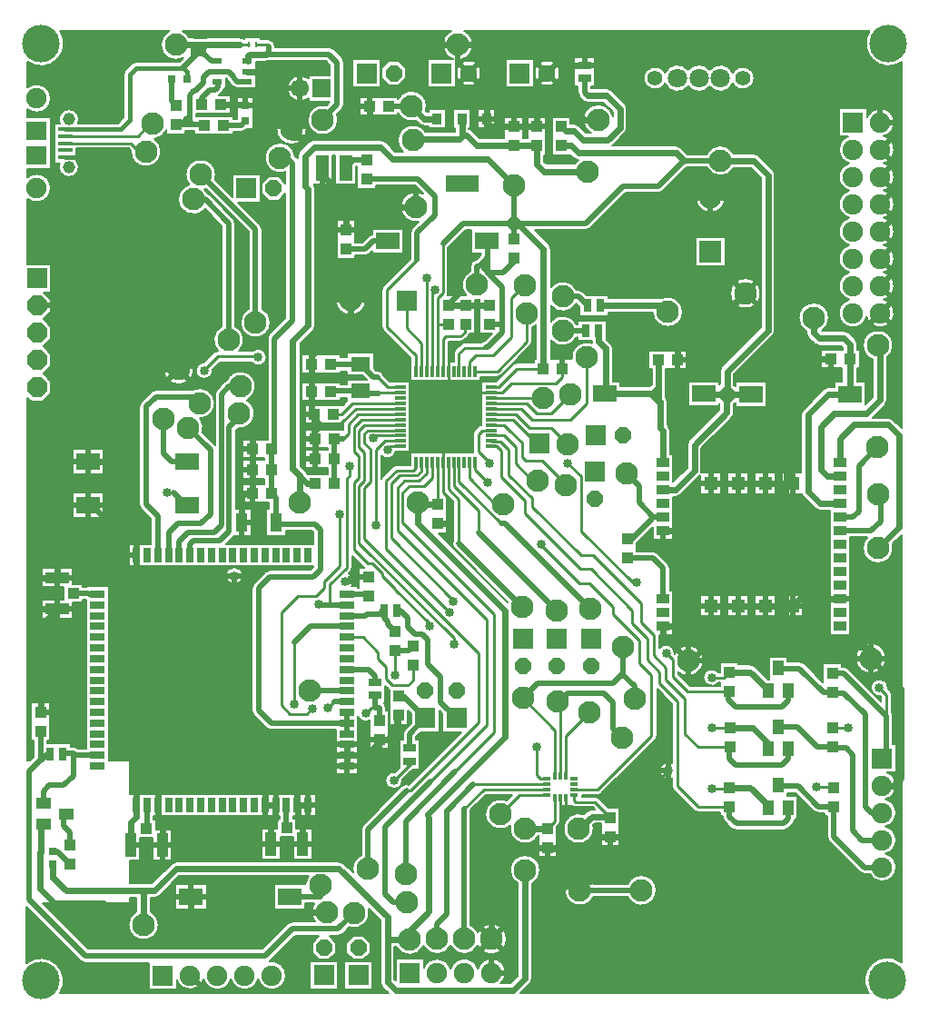
<source format=gbr>
%FSLAX35Y35*%
%MOMM*%
G04 EasyPC Gerber Version 18.0.9 Build 3640 *
%AMT26*0 Octagon Pad at angle 0*4,1,8,-0.31560,-0.76200,0.31560,-0.76200,0.76200,-0.31560,0.76200,0.31560,0.31560,0.76200,-0.31560,0.76200,-0.76200,0.31560,-0.76200,-0.31560,-0.31560,-0.76200,0*%
%ADD26T26*%
%AMT80*0 Octagon Pad at angle 0*4,1,8,-0.39350,-0.95000,0.39350,-0.95000,0.95000,-0.39350,0.95000,0.39350,0.39350,0.95000,-0.39350,0.95000,-0.95000,0.39350,-0.95000,-0.39350,-0.39350,-0.95000,0*%
%ADD80T80*%
%ADD22R,0.21000X0.47000*%
%ADD77R,0.32000X1.05000*%
%ADD87R,0.35000X0.77500*%
%ADD83R,0.72000X1.35000*%
%ADD21R,0.80000X0.80000*%
%ADD84R,0.80000X1.20000*%
%ADD27R,0.90000X1.05000*%
%ADD93R,1.00000X1.00000*%
%ADD71R,1.00000X1.09000*%
%ADD95R,1.00000X1.40000*%
%ADD92R,1.05000X2.20000*%
%ADD94R,1.11400X1.80200*%
%ADD79R,1.21000X2.40000*%
%ADD86R,1.27000X1.27000*%
%ADD24R,1.70000X1.70000*%
%ADD25R,1.90000X1.90000*%
%ADD72R,2.00000X2.00000*%
%ADD11C,0.12700*%
%ADD99C,0.26000*%
%ADD97C,0.40000*%
%ADD12C,0.50000*%
%ADD98C,0.60000*%
%ADD96C,0.85000*%
%ADD18C,1.15000*%
%ADD75C,1.40000*%
%ADD23C,1.70000*%
%ADD74C,1.80000*%
%ADD17C,1.90000*%
%ADD73C,2.00000*%
%ADD13C,2.10000*%
%ADD14C,3.50000*%
%ADD76R,1.05000X0.32000*%
%ADD88R,0.77500X0.35000*%
%ADD15R,1.35000X0.40000*%
%ADD19R,0.90000X0.55000*%
%ADD82R,1.35000X0.72000*%
%ADD70R,0.80000X0.80000*%
%ADD29R,1.20000X0.80000*%
%ADD85R,1.20000X0.90000*%
%ADD91R,1.00000X1.00000*%
%ADD20R,1.09000X1.00000*%
%ADD89R,1.40000X1.00000*%
%ADD90R,2.20000X1.05000*%
%ADD81R,1.75000X1.40000*%
%ADD28R,3.10000X1.55000*%
%ADD78R,2.18000X1.60000*%
%ADD16R,1.90000X1.80000*%
X0Y0D02*
D02*
D11*
X146090Y427470D02*
G75*
G02X454930Y146040I132880J-164350D01*
G01*
X3519770*
X3462280Y203520*
G75*
G02X3442850Y250440I46920J46910*
G01*
Y631800*
G75*
G02Y661580I66350J14890*
G01*
Y828730*
X3338380Y933200*
G75*
G02X3157880Y762740I-136670J-36080*
G01*
X3095270Y701440*
G75*
G02X3049550Y682780I-45720J46690*
G01*
X2966760*
X3032130Y617410*
Y524210*
X2966180Y458260*
X2872980*
X2807030Y524210*
Y617410*
X2872400Y682780*
X2648670*
X2414210Y448320*
G75*
G02X2408150Y442970I-46210J46230*
G01*
G75*
G02X2563550Y313840I24050J-129130*
G01*
G75*
G02X2305200Y280320I-131350*
G01*
G75*
G02X2051200I-127000J33520*
G01*
G75*
G02X1797200I-127000J33520*
G01*
G75*
G02X1547590Y266730I-127000J33520*
G01*
Y182490*
X1284890*
Y429180*
X694010*
G75*
G02X647800Y448320J65350*
G01*
X146090Y950030*
Y427470*
X3050890Y185440D02*
X2788190D01*
Y448140*
X3050890*
Y185440*
X3352300Y524210D02*
X3286350Y458260D01*
X3193150*
X3127200Y524210*
Y617410*
X3193150Y683360*
X3286350*
X3352300Y617410*
Y524210*
X3371090Y185440D02*
X3108390D01*
Y448140*
X3371090*
Y185440*
X2563520Y316790D02*
G36*
G75*
G02X2563550Y313840I-131410J-2810D01*
G01*
G75*
G02X2305200Y280320I-131350*
G01*
G75*
G02X2051200I-127000J33520*
G01*
G75*
G02X1797200I-127000J33520*
G01*
G75*
G02X1547590Y266730I-127000J33520*
G01*
Y182490*
X1284890*
Y429180*
X694010*
G75*
G02X647800Y448320J65350*
G01*
X146090Y950030*
Y427470*
G75*
G02X454930Y146040I132880J-164350*
G01*
X3519770*
X3462280Y203520*
G75*
G02X3442850Y250440I46920J46910*
G01*
Y316790*
X3371090*
Y185440*
X3108390*
Y316790*
X3050890*
Y185440*
X2788190*
Y316790*
X2563520*
G37*
X2788190D02*
G36*
Y448140D01*
X3050890*
Y316790*
X3108390*
Y448140*
X3371090*
Y316790*
X3442850*
Y570810*
X3352300*
Y524210*
X3286350Y458260*
X3193150*
X3127200Y524210*
Y570810*
X3032130*
Y524210*
X2966180Y458260*
X2872980*
X2807030Y524210*
Y617410*
X2872400Y682780*
X2648670*
X2414210Y448320*
G75*
G02X2408150Y442970I-46210J46230*
G01*
G75*
G02X2563520Y316790I24050J-129130*
G01*
X2788190*
G37*
X3127200Y570810D02*
G36*
Y617410D01*
X3193150Y683360*
X3286350*
X3352300Y617410*
Y570810*
X3442850*
Y631800*
G75*
G02Y661580I66350J14890*
G01*
Y828730*
X3338380Y933200*
G75*
G02X3157880Y762740I-136670J-36080*
G01*
X3095270Y701440*
G75*
G02X3049550Y682780I-45720J46690*
G01*
X2966760*
X3032130Y617410*
Y570810*
X3127200*
G37*
X155340Y5696190D02*
Y2317280D01*
X179980*
X214220Y2351520*
Y2498940*
X189190*
Y2858440*
X361890*
Y2498940*
X336920*
Y2473840*
X557740*
Y2445690*
X583060*
G75*
G02X629070Y2426750J-65350*
G01*
X702190*
Y3810370*
G75*
G02X698410Y3812400I27110J55020*
G01*
X665590*
Y3787440*
X575590*
Y3637440*
X282890*
Y3815140*
X492890*
Y3932440*
X282890*
Y4110140*
X575590*
Y3960140*
X665590*
Y3935100*
X702190*
Y3937740*
X909890*
Y2317280*
X1106340*
Y2006740*
X2840890*
Y1799040*
X2633930*
Y1775140*
X2656290*
Y1685140*
X2806290*
Y1392440*
X2628590*
Y1602440*
X2511290*
Y1392440*
X2333590*
Y1685140*
X2483590*
Y1775140*
X2503230*
Y1799040*
X1329930*
Y1765640*
X1350240*
Y1675640*
X1500240*
Y1382940*
X1322540*
Y1592940*
X1205240*
Y1382940*
X1106340*
Y1169520*
X1212930*
G75*
G02X1259690I23380J-66340*
G01*
X1310270*
X1493710Y1352970*
G75*
G02X1540630Y1372400I46910J-46920*
G01*
X3059360*
G75*
G02X3106280Y1352970I10J-66350*
G01*
X3188460Y1270780*
G75*
G02X3263990Y1433390I136880J35270*
G01*
Y1673770*
G75*
G02X3281960Y1717150I61350*
G01*
X3643340Y2078530*
G75*
G02X3711220Y2091400I43390J-43380*
G01*
X4198660Y2578840*
X4024890*
Y2748970*
X4001930Y2771890*
X3992790Y2781030*
Y2578840*
X3816890*
X3776600Y2538550*
Y2507540*
X3811590*
Y2234840*
X3760680*
G75*
G02X3724370Y2215400I-45440J41230*
G01*
X3647810Y2138840*
G75*
G02X3648280Y2130250I-78400J-8600*
G01*
G75*
G02X3490580I-78850*
G01*
G75*
G02X3578020Y2208630I78850*
G01*
X3618890Y2249500*
Y2507540*
X3653900*
Y2563960*
G75*
G02X3671870Y2607340I61350*
G01*
X3730090Y2665560*
Y2754760*
X3703290Y2781560*
Y2644740*
X3530590*
Y2974180*
G75*
G02X3518680Y2982950I22980J43680*
G01*
X3488290Y3013350*
Y2849840*
X3478570*
G75*
G02X3494470Y2808630I-45450J-41210*
G01*
Y2782340*
X3519490*
Y2422840*
X3346790*
Y2690240*
G75*
G02X3234890Y2724520I-40470J67670*
G01*
Y2193040*
X3027190*
Y2600630*
X2425060*
G75*
G02X2378850Y2619770J65350*
G01*
X2264730Y2733890*
G75*
G02X2245590Y2780100I46210J46210*
G01*
Y3921300*
G75*
G02X2264730Y3967510I65350*
G01*
X2369340Y4072120*
G75*
G02X2415550Y4091260I46210J-46210*
G01*
X2794240*
X2822530Y4119550*
Y4124040*
X1096190*
Y4331740*
X1304100*
Y4566270*
X1215460Y4654910*
G75*
G02X1196320Y4701120I46210J46210*
G01*
Y5614080*
G75*
G02X1215460Y5660290I65350*
G01*
X1307390Y5752220*
G75*
G02X1353600Y5771360I46210J-46210*
G01*
X1694480*
G75*
G02X1900710Y5645780I64880J-125580*
G01*
G75*
G02X1763030Y5504480I-141350*
G01*
G75*
G02X1785010Y5370880I-111440J-86940*
G01*
X1900890Y5254990*
Y5728200*
G75*
G02X1918860Y5771580I61350*
G01*
X1991770Y5844490*
G75*
G02X2009950Y5857040I43370J-43380*
G01*
G75*
G02X2281110Y5801110I129810J-55930*
G01*
G75*
G02X2199250Y5672890I-141350*
G01*
G75*
G02X2112550Y5410200I-71020J-122210*
G01*
X2096500Y5394150*
Y4662740*
X2245590*
Y4409840*
X2083570*
G75*
G02X2078530Y4404140I-48410J37720*
G01*
X2006130Y4331740*
X2822530*
Y4439470*
X2806920Y4455080*
X2560390*
Y4409840*
X2376290*
Y4662740*
X2406990*
Y4720140*
X2158090*
Y4892840*
X2365370*
Y4942040*
X2158090*
Y5114740*
X2365370*
Y5131440*
X2158090*
Y5304140*
X2396920*
Y6225570*
G75*
G02X2412510Y6294730I61340J22510*
G01*
X2559440Y6438850*
Y7598890*
X2494050Y7533500*
X2400850*
X2334900Y7599450*
Y7692650*
X2400850Y7758600*
X2494050*
X2559440Y7693210*
Y7799900*
G75*
G02X2366130Y7931350I-51960J131450*
G01*
G75*
G02X2647560Y7950270I141350*
G01*
X2670990Y7926850*
G75*
G02X2671710Y7926120I-45860J-45950*
G01*
Y7947200*
G75*
G02X2692320Y7996950I70360*
G01*
X2774740Y8079370*
G75*
G02X2824480Y8099970I49740J-49740*
G01*
X3442190*
G75*
G02X3491940Y8079370I10J-70350*
G01*
X3581910Y7989390*
X3655150*
G75*
G02X3605640Y8096840I91840J107450*
G01*
G75*
G02X3864170Y8175890I141350*
G01*
X4137840*
Y8206390*
X4122840*
Y8384090*
X4285540*
Y8206390*
X4270540*
Y8203920*
G75*
G02X4295560Y8188210I-21890J-62630*
G01*
X4371370Y8112390*
X4600440*
Y8314690*
X4773140*
Y8112390*
X4816340*
Y8314690*
X4989040*
Y7955190*
X4973040*
Y7897380*
X4995330Y7875090*
X5255720*
G75*
G02X5289080Y7912590I120610J-73700*
G01*
X5287570*
G75*
G02X5240670Y7932010J66350*
G01*
X5217470Y7955190*
X5044940*
Y8314690*
X5217640*
Y8252090*
X5245590*
G75*
G02X5292510Y8232660I10J-66350*
G01*
X5361970Y8163190*
X5406610*
G75*
G02X5332840Y8287340I67580J124150*
G01*
G75*
G02X5611040Y8322720I141350*
G01*
Y8361460*
X5522910Y8449590*
X5372590*
G75*
G02X5311340Y8490430J66350*
G01*
X5303810Y8497960*
G75*
G02X5285840Y8541340I43380J43380*
G01*
Y8598340*
X5250840*
Y8871040*
X5443540*
Y8598340*
X5408540*
Y8582290*
X5550390*
G75*
G02X5597310Y8562860I10J-66350*
G01*
X5724310Y8435860*
G75*
G02X5743740Y8388940I-46920J-46910*
G01*
Y8211140*
G75*
G02X5724310Y8164220I-66350J-10*
G01*
X5610010Y8049920*
G75*
G02X5604860Y8045290I-46880J46970*
G01*
X6201730*
G75*
G02X6248660Y8025840J-66350*
G01*
X6306780Y7967690*
X6486650*
G75*
G02X6738800Y7972690I127340J-61350*
G01*
X6922940*
G75*
G02X6969860Y7953260I10J-66350*
G01*
X7103350Y7819770*
G75*
G02X7122780Y7772850I-46920J-46910*
G01*
Y6324160*
G75*
G02X7103350Y6277240I-66350J-10*
G01*
X6742380Y5916280*
Y5815910*
X6755390Y5802900*
Y5844540*
X7046090*
Y5611840*
X6755390*
Y5653500*
X6739210Y5637320*
Y5575080*
G75*
G02X6709250Y5502740I-66350J-14890*
G01*
X6437240Y5230760*
Y5014950*
G75*
G02X6435660Y5000540I-66350J-20*
G01*
X6623090*
Y4800840*
X6423390*
Y4974380*
G75*
G02X6417810Y4968030I-52550J40550*
G01*
X6241110Y4791320*
G75*
G02X6194190Y4771890I-46910J46920*
G01*
X6175090*
Y4375840*
X5982390*
Y4488150*
X5833590Y4339350*
Y4265470*
X5985110*
G75*
G02X6031320Y4246330J-65350*
G01*
X6123110Y4154540*
G75*
G02X6142250Y4108330I-46210J-46210*
G01*
Y3903540*
X6175090*
Y3486840*
X6044660*
Y3361970*
G75*
G02X6187450Y3315830I63940J-46140*
G01*
G75*
G02X6186980Y3307230I-78890*
G01*
X6187130Y3307080*
G75*
G02X6456000Y3246090I127520J-60990*
G01*
G75*
G02X6221340Y3139920I-141350*
G01*
Y3117540*
X6328890Y3009990*
X6608690*
Y3041410*
X6594880*
G75*
G02X6454530Y3090760I-61500J49350*
G01*
G75*
G02X6594880Y3140110I78850*
G01*
X6608690*
Y3229340*
X6781390*
Y3211790*
X6888420*
G75*
G02X6938150Y3191200J-70340*
G01*
X7056320Y3073090*
X7065990*
Y3283090*
X7238690*
Y3238490*
X7351240*
G75*
G02X7397450Y3219350J-65360*
G01*
X7572390Y3044440*
Y3219790*
X7745090*
Y3190290*
X7763200*
G75*
G02X7806580Y3172320J-61350*
G01*
X8113410Y2865490*
Y2908650*
X8104780Y2917280*
G75*
G02X8017340Y2995660I-8590J78380*
G01*
G75*
G02X8175040I78850*
G01*
G75*
G02X8174570Y2987070I-78870J10*
G01*
X8197660Y2963990*
G75*
G02X8212110Y2929090I-34900J-34890*
G01*
Y2768220*
G75*
G02X8224110Y2715960I-49360J-38840*
G01*
Y2468440*
X8252890*
Y2205740*
X8168580*
G75*
G02X8155070Y1956100I-47030J-122640*
G01*
G75*
G02Y1702100I-33520J-127000*
G01*
G75*
G02Y1448100I-33520J-127000*
G01*
G75*
G02X8121550Y1189750I-33520J-127000*
G01*
G75*
G02X8005410Y1259750J131350*
G01*
X7957510*
G75*
G02X7914130Y1277720J61350*
G01*
X7628030Y1563820*
G75*
G02X7610060Y1607200I43380J43380*
G01*
Y1797240*
X7585090*
Y1826790*
X7529960*
G75*
G02X7486580Y1844760J61350*
G01*
X7316320Y2014990*
X7238690*
Y1984740*
X7333690*
Y1772040*
X7312580*
G75*
G02X7293560Y1729720I-65230J3880*
G01*
X7248460Y1684620*
G75*
G02X7202250Y1665480I-46210J46210*
G01*
X6761620*
G75*
G02X6715410Y1684620J65350*
G01*
X6652010Y1748020*
G75*
G02X6632870Y1794230I46210J46210*
G01*
Y1797240*
X6608690*
Y1834780*
X6404610*
G75*
G02X6366890Y1850410I10J53350*
G01*
X6178660Y2038640*
G75*
G02X6163030Y2076360I37720J37730*
G01*
Y2151730*
G75*
G02X6048770Y2222180I-35410J70450*
G01*
G75*
G02X6163030Y2292630I78850*
G01*
Y2843590*
X6025640Y2980980*
Y2548690*
G75*
G02X6010010Y2510970I-53350J10*
G01*
X5851500Y2352450*
X5505970Y2007280*
G75*
G02X5468260Y1991670I-37710J37750*
G01*
X5323190*
Y1979890*
X5443040*
G75*
G02X5477940Y1965440I10J-49350*
G01*
X5567630Y1875740*
X5675090*
Y1516240*
X5502390*
Y1727890*
X5441860*
X5428580Y1714600*
G75*
G02X5432090Y1683280I-137860J-31310*
G01*
G75*
G02X5149390I-141350*
G01*
G75*
G02X5341510Y1815200I141350*
G01*
X5367440Y1841150*
G75*
G02X5414370Y1860590I46920J-46910*
G01*
X5443200*
X5422600Y1881190*
X5262210*
G75*
G02X5227290Y1895670J49350*
G01*
X5225690Y1897270*
Y1893640*
X5121170*
Y1749800*
G75*
G02X5106720Y1714900I-49350J-10*
G01*
X5091790Y1699980*
Y1414740*
X4919090*
Y1617070*
X4917860*
G75*
G02X4654130Y1709530I-124810J66350*
G01*
G75*
G02X4420290Y1816420I-92490J106890*
G01*
G75*
G02X4620400Y1944980I141350*
G01*
X4671100Y1995670*
X4426750*
X4286970Y1855890*
Y780370*
G75*
G02X4352720Y714880I-61350J-127340*
G01*
G75*
G02X4621170Y653030I127100J-61850*
G01*
G75*
G02X4352720Y591180I-141350*
G01*
G75*
G02X4098720Y590770I-127100J61850*
G01*
G75*
G02X3846370Y587910I-126900J62260*
G01*
G75*
G02X3593010Y580340I-128550J58780*
G01*
X3575550*
Y277920*
X3586490Y266980*
Y470540*
X3849190*
Y386260*
G75*
G02X4098820Y372720I122630J-47060*
G01*
G75*
G02X4352820I127000J-33520*
G01*
G75*
G02X4611170Y339200I127000J-33520*
G01*
G75*
G02X4566730Y240710I-131350*
G01*
X4654620*
X4726700Y312790*
Y1168560*
G75*
G02X4651700Y1293370I66350J124810*
G01*
G75*
G02X4934400I141350*
G01*
G75*
G02X4859400Y1168560I-141350*
G01*
Y285310*
G75*
G02X4839970Y238390I-66350J-10*
G01*
X4747610Y146040*
X7998070*
G75*
G02X8301990Y434240I171570J123420*
G01*
Y4420010*
X8218680Y4336700*
G75*
G02X8224860Y4295360I-135180J-41340*
G01*
G75*
G02X7942160I-141350*
G01*
G75*
G02X7984140Y4395890I141350J10*
G01*
X7826090*
Y3486840*
X7633390*
Y4644880*
X7544010*
G75*
G02X7497090Y4664310I-10J66350*
G01*
X7386740Y4774660*
G75*
G02X7370630Y4800840I46920J46920*
G01*
X7185390*
Y5000540*
X7367310*
Y5541170*
G75*
G02X7386740Y5588090I66350J10*
G01*
X7573770Y5775120*
G75*
G02X7620690Y5794550I46910J-46920*
G01*
X7675390*
Y5844540*
X7750190*
Y5971540*
X7551890*
Y6144240*
X7753220*
Y6161880*
X7734200Y6180900*
X7538270*
G75*
G02X7490050Y6200020J70360*
G01*
X7436160Y6250740*
G75*
G02X7414030Y6301970I48220J51220*
G01*
Y6318850*
G75*
G02X7343030Y6441450I70350J122600*
G01*
G75*
G02X7625730I141350*
G01*
G75*
G02X7563370Y6324230I-141350*
G01*
X7566170Y6321600*
X7763340*
G75*
G02X7813090Y6301000I10J-70350*
G01*
X7873320Y6240770*
G75*
G02X7893920Y6191020I-49750J-49740*
G01*
Y6144240*
X7911390*
Y5971540*
X7890890*
Y5844540*
X7966090*
Y5634870*
X8036180Y5704960*
Y6051490*
G75*
G02X7942160Y6184680I47330J133190*
G01*
G75*
G02X8224860I141350*
G01*
G75*
G02X8168880Y6072020I-141350*
G01*
Y5677480*
G75*
G02X8149450Y5630560I-66350J-10*
G01*
X8031300Y5512420*
X8175440*
G75*
G02X8222360Y5492990I10J-66350*
G01*
X8301990Y5413350*
Y8824710*
G75*
G02X8004000Y9112840I-120210J173840*
G01*
X4228150*
G75*
G02X4145040Y8846070I-62060J-127000*
G01*
Y8587790*
X3882340*
Y8850490*
X4125340*
G75*
G02X4104040Y9112840I40750J135350*
G01*
X1599250*
G75*
G02X1662000Y9052190I-62060J-126990*
G01*
X1687400*
G75*
G02X1731620Y9047190I14890J-66350*
G01*
X1794080*
G75*
G02X1836890Y9052190I28860J-61350*
G01*
X2134090*
G75*
G02X2170890Y9041050J-66350*
G01*
Y9052040*
X2330590*
Y9041540*
X2381740*
G75*
G02X2407820Y9034090I10J-49350*
G01*
G75*
G02X2462140Y8973140I-7030J-60950*
G01*
Y8963550*
X2963960*
G75*
G02X3010170Y8944410J-65350*
G01*
X3086250Y8868330*
G75*
G02X3105390Y8822120I-46210J-46210*
G01*
Y8429040*
G75*
G02X3086250Y8382830I-65350*
G01*
X3039300Y8335880*
G75*
G02X3048250Y8286390I-132390J-49500*
G01*
G75*
G02X2765550I-141350*
G01*
G75*
G02X2941920Y8423330I141350*
G01*
X2974690Y8456110*
Y8458090*
X2773140*
Y8487030*
G75*
G02X2573140Y8579440I-78650J92410*
G01*
G75*
G02X2773140Y8671850I121350*
G01*
Y8700790*
X2974690*
Y8795050*
X2936890Y8832850*
X2394220*
G75*
G02X2367650Y8830590I-18830J64080*
G01*
X2285290*
Y8579340*
X2122590*
Y8581840*
X2108440*
G75*
G02X2065060Y8599810J61350*
G01*
X2027210Y8637660*
G75*
G02X2010960Y8666610I43390J43390*
G01*
X2007080Y8670490*
X2005890*
Y8579340*
X1990890*
G75*
G02X1974270Y8548760I-60000J12800*
G01*
X1948870Y8523360*
G75*
G02X1935780Y8513390I-43390J43380*
G01*
X2047140*
Y8340690*
X1725540*
Y8322890*
X2072540*
Y8297890*
X2108540*
Y8500840*
X2261240*
Y8198140*
X2195300*
X2190320Y8193160*
G75*
G02X2146940Y8175190I-43380J43380*
G01*
X2072540*
Y8150190*
X1713040*
Y8181540*
X1703010*
G75*
G02X1676170I-13420J61360*
G01*
X1652210*
G75*
G02X1625370I-13420J61360*
G01*
X1623540*
Y8152040*
X1450840*
Y8192700*
G75*
G02X1337690Y8108840I-129550J56530*
G01*
G75*
G02X1399140Y7992240I-79900J-116600*
G01*
G75*
G02X1116440I-141350*
G01*
G75*
G02X1116710Y8000960I141350J-10*
G01*
X1098580Y8019090*
X611090*
Y7906870*
G75*
G02X539710Y7752090I-71380J-60930*
G01*
G75*
G02X453100Y7882090J93850*
G01*
X403390*
Y8254790*
X453100*
G75*
G02X539710Y8384790I86610J36150*
G01*
G75*
G02X626320Y8254790J-93850*
G01*
X997100*
X1049990Y8307680*
Y8709790*
G75*
G02X1066490Y8749640I56350J10*
G01*
X1126640Y8809790*
G75*
G02X1166490Y8826290I39840J-39850*
G01*
X1570280*
X1606820Y8862830*
G75*
G02X1395840Y8985840I-69630J123010*
G01*
G75*
G02X1475140Y9112840I141350*
G01*
X459920*
G75*
G02X155340Y8829450I-177780J-114300*
G01*
Y8586610*
G75*
G02X239710Y8617290I84370J-100670*
G01*
G75*
G02Y8354590J-131350*
G01*
G75*
G02X155340Y8385270J131350*
G01*
Y8309790*
X371090*
Y7827090*
X155340*
Y7751610*
G75*
G02X239710Y7782290I84370J-100670*
G01*
G75*
G02Y7519590J-131350*
G01*
G75*
G02X155340Y7550270J131350*
G01*
Y6940540*
X375490*
Y6677840*
X307170*
X375450Y6609560*
Y6500780*
X302840Y6428170*
X375450Y6355560*
Y6246780*
X302840Y6174170*
X375450Y6101560*
Y5992780*
X302840Y5920170*
X375450Y5847560*
Y5738780*
X298490Y5661820*
X189710*
X155340Y5696190*
X573890Y4811140D02*
X864590D01*
Y4578440*
X573890*
Y4811140*
Y5220040D02*
X864590D01*
Y4987340*
X573890*
Y5220040*
X1421470Y5962780D02*
G75*
G02X1704170I141350D01*
G01*
G75*
G02X1421470I-141350*
G01*
X1663800Y7681470D02*
G75*
G02X1627520Y7776020I105070J94550D01*
G01*
G75*
G02X1910220I141350*
G01*
G75*
G02X1902300Y7729360I-141340J-10*
G01*
X2062090Y7569560*
Y7777440*
X2324790*
Y7514740*
X2116910*
X2322620Y7309030*
G75*
G02X2340590Y7265650I-43380J-43380*
G01*
Y6527580*
G75*
G02X2420590Y6400240I-61350J-127340*
G01*
G75*
G02X2137890I-141350*
G01*
G75*
G02X2217890Y6527580I141350*
G01*
Y7240240*
X1815530Y7642590*
G75*
G02X1804200Y7639160I-46580J133450*
G01*
G75*
G02X1828250Y7602130I-105080J-94570*
G01*
G75*
G02X1850290Y7587990I-21340J-57510*
G01*
X2072190Y7366090*
G75*
G02X2090160Y7322710I-43380J-43380*
G01*
Y6362740*
G75*
G02X2126660Y6133390I-61350J-127340*
G01*
X2253040*
G75*
G02X2383450Y6073730I51560J-59660*
G01*
G75*
G02X2241320Y6026690I-78850*
G01*
X1949070*
X1878990Y5958360*
G75*
G02X1879420Y5950100I-78410J-8220*
G01*
G75*
G02X1721720I-78850*
G01*
G75*
G02X1798510Y6028920I78850*
G01*
X1890130Y6118240*
G75*
G02X1927370Y6133390I37240J-38200*
G01*
X1930960*
G75*
G02X1967460Y6362740I97850J102010*
G01*
Y7297300*
X1809030Y7455720*
G75*
G02X1557780Y7544610I-109900J88890*
G01*
G75*
G02X1663800Y7681470I141350*
G01*
X2003850Y4038590D02*
G75*
G02X2161550I78850D01*
G01*
G75*
G02X2003850I-78850*
G01*
X2473910Y8197630D02*
G75*
G02X2756610I141350D01*
G01*
G75*
G02X2473910I-141350*
G01*
X3183840Y8587790D02*
Y8850490D01*
X3446540*
Y8587790*
X3183840*
X3609240Y8327990D02*
X3249740D01*
Y8500690*
X3609240*
Y8480240*
G75*
G02X3869460Y8373000I125050J-65900*
G01*
X3880870Y8361590*
X3892840*
Y8384090*
X4055540*
Y8206390*
X3892840*
Y8228890*
X3853390*
G75*
G02X3806470Y8248320I-10J66350*
G01*
X3775630Y8279170*
G75*
G02X3609240Y8348440I-41340J135170*
G01*
Y8327990*
X3522590Y8606590D02*
X3456640Y8672540D01*
Y8765740*
X3522590Y8831690*
X3615790*
X3681740Y8765740*
Y8672540*
X3615790Y8606590*
X3522590*
X4221090D02*
X4155140Y8672540D01*
Y8765740*
X4221090Y8831690*
X4314290*
X4380240Y8765740*
Y8672540*
X4314290Y8606590*
X4221090*
X4515540Y8384090D02*
Y8206390D01*
X4352840*
Y8384090*
X4515540*
X4612590Y8587790D02*
Y8850490D01*
X4875290*
Y8587790*
X4612590*
X4951340Y8606590D02*
X4885390Y8672540D01*
Y8765740*
X4951340Y8831690*
X5044540*
X5110490Y8765740*
Y8672540*
X5044540Y8606590*
X4951340*
X5430760Y1044990D02*
G75*
G02X5162070Y1106340I-127340J61350D01*
G01*
G75*
G02X5430760Y1167690I141350*
G01*
X5749850*
G75*
G02X6018540Y1106340I127340J-61350*
G01*
G75*
G02X5749850Y1044990I-141350*
G01*
X5430760*
X6097910Y8624790D02*
G75*
G02X5897640Y8674690I-93920J49900D01*
G01*
G75*
G02X6097910Y8724590I106350*
G01*
G75*
G02X6313990Y8751920I116080J-49900*
G01*
G75*
G02X6513990I100000J-77230*
G01*
G75*
G02X6730070Y8724590I100000J-77230*
G01*
G75*
G02X6930340Y8674690I93920J-49900*
G01*
G75*
G02X6730070Y8624790I-106350*
G01*
G75*
G02X6513990Y8597460I-116080J49900*
G01*
G75*
G02X6313990I-100000J77230*
G01*
G75*
G02X6097910Y8624790I-100000J77230*
G01*
X6423390Y3659840D02*
Y3859540D01*
X6623090*
Y3659840*
X6423390*
X6677390D02*
Y3859540D01*
X6877090*
Y3659840*
X6677390*
Y4800840D02*
Y5000540D01*
X6877090*
Y4800840*
X6677390*
X6931390Y3659840D02*
Y3859540D01*
X7131090*
Y3659840*
X6931390*
Y4800840D02*
Y5000540D01*
X7131090*
Y4800840*
X6931390*
X7185390Y3659840D02*
Y3859540D01*
X7385090*
Y3659840*
X7185390*
X7802080Y8130590D02*
X7717740D01*
Y8393290*
X7980440*
Y8308950*
G75*
G02X8103090Y8393290I122650J-47010*
G01*
G75*
G02X8136610Y8134940J-131350*
G01*
G75*
G02Y7880940I-33520J-127000*
G01*
G75*
G02Y7626940I-33520J-127000*
G01*
G75*
G02Y7372940I-33520J-127000*
G01*
G75*
G02Y7118940I-33520J-127000*
G01*
G75*
G02Y6864940I-33520J-127000*
G01*
G75*
G02Y6610940I-33520J-127000*
G01*
G75*
G02X8103090Y6352590I-33520J-127000*
G01*
G75*
G02X7976090Y6450420J131350*
G01*
G75*
G02X7849090Y6352590I-127000J33520*
G01*
G75*
G02X7815570Y6610940J131350*
G01*
G75*
G02Y6864940I33520J127000*
G01*
G75*
G02Y7118940I33520J127000*
G01*
G75*
G02Y7372940I33520J127000*
G01*
G75*
G02Y7626940I33520J127000*
G01*
G75*
G02Y7880940I33520J127000*
G01*
G75*
G02X7802080Y8130590I33520J127000*
G01*
X7875590Y3268280D02*
G75*
G02X8158290I141350D01*
G01*
G75*
G02X7875590I-141350*
G01*
X155340Y4694790D02*
G36*
Y2317280D01*
X179980*
X214220Y2351520*
Y2498940*
X189190*
Y2858440*
X361890*
Y2498940*
X336920*
Y2473840*
X557740*
Y2445690*
X583060*
G75*
G02X629070Y2426750J-65350*
G01*
X702190*
Y3810370*
G75*
G02X698410Y3812400I27110J55020*
G01*
X665590*
Y3787440*
X575590*
Y3637440*
X282890*
Y3815140*
X492890*
Y3932440*
X282890*
Y4110140*
X575590*
Y4038590*
X2003850*
G75*
G02X2161550I78850*
G01*
X2335810*
X2369340Y4072120*
G75*
G02X2415550Y4091260I46210J-46210*
G01*
X2794240*
X2822530Y4119550*
Y4124040*
X1096190*
Y4331740*
X1304100*
Y4566270*
X1215460Y4654910*
G75*
G02X1196630Y4694790I46210J46210*
G01*
X864590*
Y4578440*
X573890*
Y4694790*
X155340*
G37*
X573890D02*
G36*
Y4811140D01*
X864590*
Y4694790*
X1196630*
G75*
G02X1196320Y4701120I65040J6360*
G01*
Y5103690*
X864590*
Y4987340*
X573890*
Y5103690*
X155340*
Y4694790*
X573890*
G37*
Y5103690D02*
G36*
Y5220040D01*
X864590*
Y5103690*
X1196320*
Y5614080*
G75*
G02X1215460Y5660290I65350*
G01*
X1307390Y5752220*
G75*
G02X1353600Y5771360I46210J-46210*
G01*
X1694480*
G75*
G02X1900710Y5645780I64880J-125580*
G01*
G75*
G02X1763030Y5504480I-141350*
G01*
G75*
G02X1785010Y5370880I-111440J-86940*
G01*
X1900890Y5254990*
Y5728200*
G75*
G02X1918860Y5771580I61350*
G01*
X1991770Y5844490*
G75*
G02X2009950Y5857040I43370J-43380*
G01*
G75*
G02X2281110Y5801110I129810J-55930*
G01*
G75*
G02X2199250Y5672890I-141350*
G01*
G75*
G02X2112550Y5410200I-71020J-122210*
G01*
X2096500Y5394150*
Y4662740*
X2245590*
Y4409840*
X2083570*
G75*
G02X2078530Y4404140I-48410J37720*
G01*
X2006130Y4331740*
X2822530*
Y4439470*
X2806920Y4455080*
X2560390*
Y4409840*
X2376290*
Y4662740*
X2406990*
Y4720140*
X2158090*
Y4892840*
X2365370*
Y4942040*
X2158090*
Y5114740*
X2365370*
Y5131440*
X2158090*
Y5304140*
X2396920*
Y5962780*
X1883520*
X1878990Y5958360*
G75*
G02X1879420Y5950100I-78410J-8220*
G01*
G75*
G02X1721720I-78850*
G01*
G75*
G02X1722750Y5962780I78840J-20*
G01*
X1704170*
G75*
G02X1421470I-141350*
G01*
X345450*
X302840Y5920170*
X375450Y5847560*
Y5738780*
X298490Y5661820*
X189710*
X155340Y5696190*
Y5103690*
X573890*
G37*
X1421470Y5962780D02*
G36*
G75*
G02X1704170I141350D01*
G01*
X1722750*
G75*
G02X1798510Y6028920I77820J-12680*
G01*
X1890130Y6118240*
G75*
G02X1927370Y6133390I37240J-38200*
G01*
X1930960*
G75*
G02X1967460Y6362740I97850J102010*
G01*
Y7297300*
X1809030Y7455720*
G75*
G02X1557780Y7544610I-109900J88890*
G01*
G75*
G02X1663800Y7681470I141350*
G01*
G75*
G02X1627520Y7776020I105070J94550*
G01*
G75*
G02X1910220I141350*
G01*
G75*
G02X1902300Y7729360I-141340J-10*
G01*
X2062090Y7569560*
Y7777440*
X2324790*
Y7514740*
X2116910*
X2322620Y7309030*
G75*
G02X2340590Y7265650I-43380J-43380*
G01*
Y6527580*
G75*
G02X2420590Y6400240I-61350J-127340*
G01*
G75*
G02X2137890I-141350*
G01*
G75*
G02X2217890Y6527580I141350*
G01*
Y7240240*
X1815530Y7642590*
G75*
G02X1804200Y7639160I-46580J133450*
G01*
G75*
G02X1828250Y7602130I-105080J-94570*
G01*
G75*
G02X1850290Y7587990I-21340J-57510*
G01*
X2072190Y7366090*
G75*
G02X2090160Y7322710I-43380J-43380*
G01*
Y6362740*
G75*
G02X2126660Y6133390I-61350J-127340*
G01*
X2253040*
G75*
G02X2383450Y6073730I51560J-59660*
G01*
G75*
G02X2241320Y6026690I-78850*
G01*
X1949070*
X1883520Y5962780*
X2396920*
Y6225570*
G75*
G02X2412510Y6294730I61340J22510*
G01*
X2559440Y6438850*
Y7598890*
X2494050Y7533500*
X2400850*
X2334900Y7599450*
Y7692650*
X2400850Y7758600*
X2494050*
X2559440Y7693210*
Y7799900*
G75*
G02X2366130Y7931350I-51960J131450*
G01*
G75*
G02X2647560Y7950270I141350*
G01*
X2670990Y7926850*
G75*
G02X2671710Y7926120I-45860J-45950*
G01*
Y7947200*
G75*
G02X2692320Y7996950I70360*
G01*
X2774740Y8079370*
G75*
G02X2824480Y8099970I49740J-49740*
G01*
X3442190*
G75*
G02X3491940Y8079370I10J-70350*
G01*
X3581910Y7989390*
X3655150*
G75*
G02X3605640Y8096840I91840J107450*
G01*
G75*
G02X3864170Y8175890I141350*
G01*
X4137840*
Y8206390*
X4122840*
Y8381040*
X4055540*
Y8206390*
X3892840*
Y8228890*
X3853390*
G75*
G02X3806470Y8248320I-10J66350*
G01*
X3775630Y8279170*
G75*
G02X3609240Y8348440I-41340J135170*
G01*
Y8327990*
X3249740*
Y8381040*
X3084460*
X3039300Y8335880*
G75*
G02X3048250Y8286390I-132390J-49500*
G01*
G75*
G02X2796890Y8197630I-141350*
G01*
X2756610*
G75*
G02X2473910I-141350*
G01*
X2194790*
X2190320Y8193160*
G75*
G02X2146940Y8175190I-43380J43380*
G01*
X2072540*
Y8150190*
X1713040*
Y8181540*
X1703010*
G75*
G02X1676170I-13420J61360*
G01*
X1652210*
G75*
G02X1625370I-13420J61360*
G01*
X1623540*
Y8152040*
X1450840*
Y8192700*
G75*
G02X1337690Y8108840I-129550J56530*
G01*
G75*
G02X1399140Y7992240I-79900J-116600*
G01*
G75*
G02X1116440I-141350*
G01*
G75*
G02X1116710Y8000960I141350J-10*
G01*
X1098580Y8019090*
X611090*
Y7906870*
G75*
G02X539710Y7752090I-71380J-60930*
G01*
G75*
G02X453100Y7882090J93850*
G01*
X403390*
Y8254790*
X453100*
G75*
G02X539710Y8384790I86610J36150*
G01*
G75*
G02X626320Y8254790J-93850*
G01*
X997100*
X1049990Y8307680*
Y8709790*
G75*
G02X1066490Y8749640I56350J10*
G01*
X1126640Y8809790*
G75*
G02X1166490Y8826290I39840J-39850*
G01*
X1570280*
X1606820Y8862830*
G75*
G02X1395840Y8985840I-69630J123010*
G01*
G75*
G02X1475140Y9112840I141350*
G01*
X459920*
G75*
G02X155340Y8829450I-177780J-114300*
G01*
Y8586610*
G75*
G02X239710Y8617290I84370J-100670*
G01*
G75*
G02Y8354590J-131350*
G01*
G75*
G02X155340Y8385270J131350*
G01*
Y8309790*
X371090*
Y7827090*
X155340*
Y7751610*
G75*
G02X239710Y7782290I84370J-100670*
G01*
G75*
G02Y7519590J-131350*
G01*
G75*
G02X155340Y7550270J131350*
G01*
Y6940540*
X375490*
Y6677840*
X307170*
X375450Y6609560*
Y6500780*
X302840Y6428170*
X375450Y6355560*
Y6246780*
X302840Y6174170*
X375450Y6101560*
Y5992780*
X345450Y5962780*
X1421470*
G37*
X575590Y4038590D02*
G36*
Y3960140D01*
X665590*
Y3935100*
X702190*
Y3937740*
X909890*
Y2317280*
X1106340*
Y2006740*
X2840890*
Y1799040*
X2633930*
Y1775140*
X2656290*
Y1685140*
X2806290*
Y1392440*
X2628590*
Y1602440*
X2511290*
Y1392440*
X2333590*
Y1685140*
X2483590*
Y1775140*
X2503230*
Y1799040*
X1329930*
Y1765640*
X1350240*
Y1675640*
X1500240*
Y1382940*
X1322540*
Y1592940*
X1205240*
Y1382940*
X1106340*
Y1169520*
X1212930*
G75*
G02X1259690I23380J-66340*
G01*
X1310270*
X1493710Y1352970*
G75*
G02X1540630Y1372400I46910J-46920*
G01*
X3059360*
G75*
G02X3106280Y1352970I10J-66350*
G01*
X3188460Y1270780*
G75*
G02X3263990Y1433390I136880J35270*
G01*
Y1673770*
G75*
G02X3281960Y1717150I61350*
G01*
X3643340Y2078530*
G75*
G02X3711220Y2091400I43390J-43380*
G01*
X4198660Y2578840*
X4024890*
Y2748970*
X4001930Y2771890*
X3992790Y2781030*
Y2578840*
X3816890*
X3776600Y2538550*
Y2507540*
X3811590*
Y2234840*
X3760680*
G75*
G02X3724370Y2215400I-45440J41230*
G01*
X3647810Y2138840*
G75*
G02X3648280Y2130250I-78400J-8600*
G01*
G75*
G02X3490580I-78850*
G01*
G75*
G02X3578020Y2208630I78850*
G01*
X3618890Y2249500*
Y2507540*
X3653900*
Y2563960*
G75*
G02X3671870Y2607340I61350*
G01*
X3730090Y2665560*
Y2754760*
X3703290Y2781560*
Y2644740*
X3530590*
Y2974180*
G75*
G02X3518680Y2982950I22980J43680*
G01*
X3488290Y3013350*
Y2849840*
X3478570*
G75*
G02X3494470Y2808630I-45450J-41210*
G01*
Y2782340*
X3519490*
Y2422840*
X3346790*
Y2690240*
G75*
G02X3234890Y2724520I-40470J67670*
G01*
Y2193040*
X3027190*
Y2600630*
X2425060*
G75*
G02X2378850Y2619770J65350*
G01*
X2264730Y2733890*
G75*
G02X2245590Y2780100I46210J46210*
G01*
Y3921300*
G75*
G02X2264730Y3967510I65350*
G01*
X2335810Y4038590*
X2161550*
G75*
G02X2003850I-78850*
G01*
X575590*
G37*
X2473910Y8197630D02*
G36*
G75*
G02X2756610I141350D01*
G01*
X2796890*
G75*
G02X2765550Y8286390I110010J88760*
G01*
G75*
G02X2941920Y8423330I141350*
G01*
X2974690Y8456110*
Y8458090*
X2773140*
Y8487030*
G75*
G02X2573140Y8579440I-78650J92410*
G01*
G75*
G02X2773140Y8671850I121350*
G01*
Y8700790*
X2974690*
Y8795050*
X2936890Y8832850*
X2394220*
G75*
G02X2367650Y8830590I-18830J64080*
G01*
X2285290*
Y8579340*
X2122590*
Y8581840*
X2108440*
G75*
G02X2065060Y8599810J61350*
G01*
X2027210Y8637660*
G75*
G02X2010960Y8666610I43390J43390*
G01*
X2007080Y8670490*
X2005890*
Y8579340*
X1990890*
G75*
G02X1974270Y8548760I-60000J12800*
G01*
X1948870Y8523360*
G75*
G02X1935780Y8513390I-43390J43380*
G01*
X2047140*
Y8340690*
X1725540*
Y8322890*
X2072540*
Y8297890*
X2108540*
Y8500840*
X2261240*
Y8198140*
X2195300*
X2194790Y8197630*
X2473910*
G37*
X5742350D02*
G36*
G75*
G02X5724310Y8164220I-64960J13500D01*
G01*
X5610010Y8049920*
G75*
G02X5604860Y8045290I-46880J46970*
G01*
X6201730*
G75*
G02X6248660Y8025840J-66350*
G01*
X6306780Y7967690*
X6486650*
G75*
G02X6738800Y7972690I127340J-61350*
G01*
X6922940*
G75*
G02X6969860Y7953260I10J-66350*
G01*
X7103350Y7819770*
G75*
G02X7122780Y7772850I-46920J-46910*
G01*
Y6324160*
G75*
G02X7103350Y6277240I-66350J-10*
G01*
X6742380Y5916280*
Y5815910*
X6755390Y5802900*
Y5844540*
X7046090*
Y5611840*
X6755390*
Y5653500*
X6739210Y5637320*
Y5575080*
G75*
G02X6709250Y5502740I-66350J-14890*
G01*
X6437240Y5230760*
Y5014950*
G75*
G02X6435660Y5000540I-66350J-20*
G01*
X6623090*
Y4900690*
X6677390*
Y5000540*
X6877090*
Y4900690*
X6931390*
Y5000540*
X7131090*
Y4900690*
X7185390*
Y5000540*
X7367310*
Y5541170*
G75*
G02X7386740Y5588090I66350J10*
G01*
X7573770Y5775120*
G75*
G02X7620690Y5794550I46910J-46920*
G01*
X7675390*
Y5844540*
X7750190*
Y5971540*
X7551890*
Y6144240*
X7753220*
Y6161880*
X7734200Y6180900*
X7538270*
G75*
G02X7490050Y6200020J70360*
G01*
X7436160Y6250740*
G75*
G02X7414030Y6301970I48220J51220*
G01*
Y6318850*
G75*
G02X7343030Y6441450I70350J122600*
G01*
G75*
G02X7625730I141350*
G01*
G75*
G02X7563370Y6324230I-141350*
G01*
X7566170Y6321600*
X7763340*
G75*
G02X7813090Y6301000I10J-70350*
G01*
X7873320Y6240770*
G75*
G02X7893920Y6191020I-49750J-49740*
G01*
Y6144240*
X7911390*
Y5971540*
X7890890*
Y5844540*
X7966090*
Y5634870*
X8036180Y5704960*
Y6051490*
G75*
G02X7942160Y6184680I47330J133190*
G01*
G75*
G02X8224860I141350*
G01*
G75*
G02X8168880Y6072020I-141350*
G01*
Y5677480*
G75*
G02X8149450Y5630560I-66350J-10*
G01*
X8031300Y5512420*
X8175440*
G75*
G02X8222360Y5492990I10J-66350*
G01*
X8301990Y5413350*
Y8197630*
X8217620*
G75*
G02X8136610Y8134940I-114530J64310*
G01*
G75*
G02Y7880940I-33520J-127000*
G01*
G75*
G02Y7626940I-33520J-127000*
G01*
G75*
G02Y7372940I-33520J-127000*
G01*
G75*
G02Y7118940I-33520J-127000*
G01*
G75*
G02Y6864940I-33520J-127000*
G01*
G75*
G02Y6610940I-33520J-127000*
G01*
G75*
G02X8103090Y6352590I-33520J-127000*
G01*
G75*
G02X7976090Y6450420J131350*
G01*
G75*
G02X7849090Y6352590I-127000J33520*
G01*
G75*
G02X7815570Y6610940J131350*
G01*
G75*
G02Y6864940I33520J127000*
G01*
G75*
G02Y7118940I33520J127000*
G01*
G75*
G02Y7372940I33520J127000*
G01*
G75*
G02Y7626940I33520J127000*
G01*
G75*
G02Y7880940I33520J127000*
G01*
G75*
G02X7802080Y8130590I33520J127000*
G01*
X7717740*
Y8197630*
X5742350*
G37*
X7717740D02*
G36*
Y8381040D01*
X5743740*
Y8211140*
G75*
G02X5742350Y8197630I-66350*
G01*
X7717740*
G37*
X8301990Y8197640D02*
G36*
Y8381040D01*
X8158480*
G75*
G02X8217620Y8197640I-55390J-119100*
G01*
X8301990*
G37*
X3105390Y8719140D02*
G36*
Y8429040D01*
G75*
G02X3086250Y8382830I-65350*
G01*
X3084460Y8381040*
X3249740*
Y8500690*
X3609240*
Y8480240*
G75*
G02X3869460Y8373000I125050J-65900*
G01*
X3880870Y8361590*
X3892840*
Y8384090*
X4055540*
Y8381040*
X4122840*
Y8384090*
X4285540*
Y8381040*
X4352840*
Y8384090*
X4515540*
Y8381040*
X5368360*
G75*
G02X5611040Y8322720I105830J-93700*
G01*
Y8361460*
X5522910Y8449590*
X5372590*
G75*
G02X5311340Y8490430J66350*
G01*
X5303810Y8497960*
G75*
G02X5285840Y8541340I43380J43380*
G01*
Y8598340*
X5250840*
Y8719140*
X5110490*
Y8672540*
X5044540Y8606590*
X4951340*
X4885390Y8672540*
Y8719140*
X4875290*
Y8587790*
X4612590*
Y8719140*
X4380240*
Y8672540*
X4314290Y8606590*
X4221090*
X4155140Y8672540*
Y8719140*
X4145040*
Y8587790*
X3882340*
Y8719140*
X3681740*
Y8672540*
X3615790Y8606590*
X3522590*
X3456640Y8672540*
Y8719140*
X3446540*
Y8587790*
X3183840*
Y8719140*
X3105390*
G37*
X3183840D02*
G36*
Y8850490D01*
X3446540*
Y8719140*
X3456640*
Y8765740*
X3522590Y8831690*
X3615790*
X3681740Y8765740*
Y8719140*
X3882340*
Y8850490*
X4125340*
G75*
G02X4104040Y9112840I40750J135350*
G01*
X1599250*
G75*
G02X1662000Y9052190I-62060J-126990*
G01*
X1687400*
G75*
G02X1731620Y9047190I14890J-66350*
G01*
X1794080*
G75*
G02X1836890Y9052190I28860J-61350*
G01*
X2134090*
G75*
G02X2170890Y9041050J-66350*
G01*
Y9052040*
X2330590*
Y9041540*
X2381740*
G75*
G02X2407820Y9034090I10J-49350*
G01*
G75*
G02X2462140Y8973140I-7030J-60950*
G01*
Y8963550*
X2963960*
G75*
G02X3010170Y8944410J-65350*
G01*
X3086250Y8868330*
G75*
G02X3105390Y8822120I-46210J-46210*
G01*
Y8719140*
X3183840*
G37*
X4155140D02*
G36*
Y8765740D01*
X4221090Y8831690*
X4314290*
X4380240Y8765740*
Y8719140*
X4612590*
Y8850490*
X4875290*
Y8719140*
X4885390*
Y8765740*
X4951340Y8831690*
X5044540*
X5110490Y8765740*
Y8719140*
X5250840*
Y8871040*
X5443540*
Y8719140*
X5907370*
G75*
G02X6097910Y8724590I96620J-44450*
G01*
G75*
G02X6313990Y8751920I116080J-49900*
G01*
G75*
G02X6513990I100000J-77230*
G01*
G75*
G02X6730070Y8724590I100000J-77230*
G01*
G75*
G02X6920610Y8719140I93920J-49900*
G01*
X8301990*
Y8824710*
G75*
G02X8004000Y9112840I-120210J173840*
G01*
X4228150*
G75*
G02X4145040Y8846070I-62060J-127000*
G01*
Y8719140*
X4155140*
G37*
X5443540D02*
G36*
Y8598340D01*
X5408540*
Y8582290*
X5550390*
G75*
G02X5597310Y8562860I10J-66350*
G01*
X5724310Y8435860*
G75*
G02X5743740Y8388940I-46920J-46910*
G01*
Y8381040*
X7717740*
Y8393290*
X7980440*
Y8308950*
G75*
G02X8103090Y8393290I122650J-47010*
G01*
G75*
G02X8158480Y8381040J-131350*
G01*
X8301990*
Y8719140*
X6920610*
G75*
G02X6930340Y8674690I-96630J-44440*
G01*
G75*
G02X6730070Y8624790I-106350*
G01*
G75*
G02X6513990Y8597460I-116080J49900*
G01*
G75*
G02X6313990I-100000J77230*
G01*
G75*
G02X6097910Y8624790I-100000J77230*
G01*
G75*
G02X5897640Y8674690I-93920J49900*
G01*
G75*
G02X5907370Y8719140I106350J10*
G01*
X5443540*
G37*
X4285540Y8381040D02*
G36*
Y8206390D01*
X4270540*
Y8203920*
G75*
G02X4295560Y8188210I-21890J-62630*
G01*
X4371370Y8112390*
X4600440*
Y8314690*
X4773140*
Y8112390*
X4816340*
Y8314690*
X4989040*
Y7955190*
X4973040*
Y7897380*
X4995330Y7875090*
X5255720*
G75*
G02X5289080Y7912590I120610J-73700*
G01*
X5287570*
G75*
G02X5240670Y7932010J66350*
G01*
X5217470Y7955190*
X5044940*
Y8314690*
X5217640*
Y8252090*
X5245590*
G75*
G02X5292510Y8232660I10J-66350*
G01*
X5361970Y8163190*
X5406610*
G75*
G02X5332840Y8287340I67580J124150*
G01*
G75*
G02X5368360Y8381040I141350*
G01*
X4515540*
Y8206390*
X4352840*
Y8381040*
X4285540*
G37*
X4859400Y1106340D02*
G36*
Y285310D01*
G75*
G02X4839970Y238390I-66350J-10*
G01*
X4747610Y146040*
X7998070*
G75*
G02X8301990Y434240I171570J123420*
G01*
Y1106340*
X6018540*
G75*
G02X5749850Y1044990I-141350*
G01*
X5430760*
G75*
G02X5162070Y1106340I-127340J61350*
G01*
X4859400*
G37*
X5162070D02*
G36*
G75*
G02X5430760Y1167690I141350D01*
G01*
X5749850*
G75*
G02X6018540Y1106340I127340J-61350*
G01*
X8301990*
Y3268280*
X8158290*
G75*
G02X7875590I-141350*
G01*
X7238690*
Y3238490*
X7351240*
G75*
G02X7397450Y3219350J-65360*
G01*
X7572390Y3044440*
Y3219790*
X7745090*
Y3190290*
X7763200*
G75*
G02X7806580Y3172320J-61350*
G01*
X8113410Y2865490*
Y2908650*
X8104780Y2917280*
G75*
G02X8017340Y2995660I-8590J78380*
G01*
G75*
G02X8175040I78850*
G01*
G75*
G02X8174570Y2987070I-78870J10*
G01*
X8197660Y2963990*
G75*
G02X8212110Y2929090I-34900J-34890*
G01*
Y2768220*
G75*
G02X8224110Y2715960I-49360J-38840*
G01*
Y2468440*
X8252890*
Y2205740*
X8168580*
G75*
G02X8155070Y1956100I-47030J-122640*
G01*
G75*
G02Y1702100I-33520J-127000*
G01*
G75*
G02Y1448100I-33520J-127000*
G01*
G75*
G02X8121550Y1189750I-33520J-127000*
G01*
G75*
G02X8005410Y1259750J131350*
G01*
X7957510*
G75*
G02X7914130Y1277720J61350*
G01*
X7628030Y1563820*
G75*
G02X7610060Y1607200I43380J43380*
G01*
Y1797240*
X7585090*
Y1826790*
X7529960*
G75*
G02X7486580Y1844760J61350*
G01*
X7316320Y2014990*
X7238690*
Y1984740*
X7333690*
Y1772040*
X7312580*
G75*
G02X7293560Y1729720I-65230J3880*
G01*
X7248460Y1684620*
G75*
G02X7202250Y1665480I-46210J46210*
G01*
X6761620*
G75*
G02X6715410Y1684620J65350*
G01*
X6652010Y1748020*
G75*
G02X6632870Y1794230I46210J46210*
G01*
Y1797240*
X6608690*
Y1834780*
X6404610*
G75*
G02X6366890Y1850410I10J53350*
G01*
X6178660Y2038640*
G75*
G02X6163030Y2076360I37720J37730*
G01*
Y2151730*
G75*
G02X6048770Y2222180I-35410J70450*
G01*
G75*
G02X6163030Y2292630I78850*
G01*
Y2843590*
X6025640Y2980980*
Y2548690*
G75*
G02X6010010Y2510970I-53350J10*
G01*
X5851500Y2352450*
X5505970Y2007280*
G75*
G02X5468260Y1991670I-37710J37750*
G01*
X5323190*
Y1979890*
X5443040*
G75*
G02X5477940Y1965440I10J-49350*
G01*
X5567630Y1875740*
X5675090*
Y1516240*
X5502390*
Y1727890*
X5441860*
X5428580Y1714600*
G75*
G02X5432090Y1683280I-137860J-31310*
G01*
G75*
G02X5149390I-141350*
G01*
G75*
G02X5341510Y1815200I141350*
G01*
X5367440Y1841150*
G75*
G02X5414370Y1860590I46920J-46910*
G01*
X5443200*
X5422600Y1881190*
X5262210*
G75*
G02X5227290Y1895670J49350*
G01*
X5225690Y1897270*
Y1893640*
X5121170*
Y1749800*
G75*
G02X5106720Y1714900I-49350J-10*
G01*
X5091790Y1699980*
Y1414740*
X4919090*
Y1617070*
X4917860*
G75*
G02X4654130Y1709530I-124810J66350*
G01*
G75*
G02X4420290Y1816420I-92490J106890*
G01*
G75*
G02X4620400Y1944980I141350*
G01*
X4671100Y1995670*
X4426750*
X4286970Y1855890*
Y780370*
G75*
G02X4352720Y714880I-61350J-127340*
G01*
G75*
G02X4621170Y653030I127100J-61850*
G01*
G75*
G02X4352720Y591180I-141350*
G01*
G75*
G02X4098720Y590770I-127100J61850*
G01*
G75*
G02X3846370Y587910I-126900J62260*
G01*
G75*
G02X3593010Y580340I-128550J58780*
G01*
X3575550*
Y277920*
X3586490Y266980*
Y470540*
X3849190*
Y386260*
G75*
G02X4098820Y372720I122630J-47060*
G01*
G75*
G02X4352820I127000J-33520*
G01*
G75*
G02X4611170Y339200I127000J-33520*
G01*
G75*
G02X4566730Y240710I-131350*
G01*
X4654620*
X4726700Y312790*
Y1168560*
G75*
G02X4651700Y1293370I66350J124810*
G01*
G75*
G02X4934400I141350*
G01*
G75*
G02X4859400Y1168560I-141350*
G01*
Y1106340*
X5162070*
G37*
X6175090Y3759690D02*
G36*
Y3486840D01*
X6044660*
Y3361970*
G75*
G02X6187450Y3315830I63940J-46140*
G01*
G75*
G02X6186980Y3307230I-78890*
G01*
X6187130Y3307080*
G75*
G02X6456000Y3246090I127520J-60990*
G01*
G75*
G02X6221340Y3139920I-141350*
G01*
Y3117540*
X6328890Y3009990*
X6608690*
Y3041410*
X6594880*
G75*
G02X6454530Y3090760I-61500J49350*
G01*
G75*
G02X6594880Y3140110I78850*
G01*
X6608690*
Y3229340*
X6781390*
Y3211790*
X6888420*
G75*
G02X6938150Y3191200J-70340*
G01*
X7056320Y3073090*
X7065990*
Y3283090*
X7238690*
Y3268280*
X7875590*
G75*
G02X8158290I141350*
G01*
X8301990*
Y4420010*
X8218680Y4336700*
G75*
G02X8224860Y4295360I-135180J-41340*
G01*
G75*
G02X7942160I-141350*
G01*
G75*
G02X7984140Y4395890I141350J10*
G01*
X7826090*
Y3486840*
X7633390*
Y3759690*
X7385090*
Y3659840*
X7185390*
Y3759690*
X7131090*
Y3659840*
X6931390*
Y3759690*
X6877090*
Y3659840*
X6677390*
Y3759690*
X6623090*
Y3659840*
X6423390*
Y3759690*
X6175090*
G37*
X6423390D02*
G36*
Y3859540D01*
X6623090*
Y3759690*
X6677390*
Y3859540*
X6877090*
Y3759690*
X6931390*
Y3859540*
X7131090*
Y3759690*
X7185390*
Y3859540*
X7385090*
Y3759690*
X7633390*
Y4644880*
X7544010*
G75*
G02X7497090Y4664310I-10J66350*
G01*
X7386740Y4774660*
G75*
G02X7370630Y4800840I46920J46920*
G01*
X7185390*
Y4900690*
X7131090*
Y4800840*
X6931390*
Y4900690*
X6877090*
Y4800840*
X6677390*
Y4900690*
X6623090*
Y4800840*
X6423390*
Y4974380*
G75*
G02X6417810Y4968030I-52550J40550*
G01*
X6241110Y4791320*
G75*
G02X6194190Y4771890I-46910J46920*
G01*
X6175090*
Y4375840*
X5982390*
Y4488150*
X5833590Y4339350*
Y4265470*
X5985110*
G75*
G02X6031320Y4246330J-65350*
G01*
X6123110Y4154540*
G75*
G02X6142250Y4108330I-46210J-46210*
G01*
Y3903540*
X6175090*
Y3759690*
X6423390*
G37*
X291910Y989050D02*
X721080Y559880D01*
X2340930*
X2575390Y794340*
G75*
G02X2621600Y813480I46210J-46210*
G01*
X2835930*
G75*
G02X2829310Y984760I109010J89980*
G01*
X2745090*
Y929740*
X2454390*
Y1162440*
X2743620*
G75*
G02X2772390Y1239700I141090J-8550*
G01*
X1568110*
X1384670Y1056250*
G75*
G02X1337750Y1036820I-46910J46920*
G01*
X1306660*
Y908770*
G75*
G02X1377660Y786170I-70350J-122600*
G01*
G75*
G02X1094960I-141350*
G01*
G75*
G02X1165960Y908770I141350*
G01*
Y1036820*
X1106340*
Y989050*
X291910*
X1825090Y929740D02*
X1534390D01*
Y1162440*
X1825090*
Y929740*
X1371590Y1046090D02*
G36*
G75*
G02X1337750Y1036820I-33830J57080D01*
G01*
X1306660*
Y908770*
G75*
G02X1377660Y786170I-70350J-122600*
G01*
G75*
G02X1094960I-141350*
G01*
G75*
G02X1165960Y908770I141350*
G01*
Y1036820*
X1106340*
Y989050*
X291910*
X721080Y559880*
X2340930*
X2575390Y794340*
G75*
G02X2621600Y813480I46210J-46210*
G01*
X2835930*
G75*
G02X2829310Y984760I109010J89980*
G01*
X2745090*
Y929740*
X2454390*
Y1046090*
X1825090*
Y929740*
X1534390*
Y1046090*
X1371590*
G37*
X1534390D02*
G36*
Y1162440D01*
X1825090*
Y1046090*
X2454390*
Y1162440*
X2743620*
G75*
G02X2772390Y1239700I141090J-8550*
G01*
X1568110*
X1384670Y1056250*
G75*
G02X1371590Y1046090I-46930J46910*
G01*
X1534390*
G37*
X2698290Y5059620D02*
X2735090Y5022830D01*
X2770770Y4987140*
X2953250*
Y5038690*
X2745990*
Y5211390*
X2953250*
Y5229190*
X2745990*
Y5401890*
X3096040*
Y5452590*
G75*
G02X3096310Y5457790I49340J40*
G01*
X2739790*
Y5630490*
X3099290*
Y5630130*
X3134890Y5665730*
Y5697180*
X3070190*
Y5666340*
X2710690*
Y5839040*
X3070190*
Y5819880*
X3134890*
Y5864840*
X3315700*
X3278400Y5902140*
X3134890*
Y5943180*
X3070190*
Y5924140*
X2710690*
Y6096840*
X3070190*
Y6073880*
X3134890*
Y6114840*
X3382590*
Y5971470*
X3405670Y5948390*
X3416790*
G75*
G02X3477460Y5896160J-61350*
G01*
X3530530Y5843090*
X3540440*
Y5846090*
X3718140*
Y5191390*
X3585450*
G75*
G02X3453940Y5155240I-76250J20100*
G01*
Y4944690*
G75*
G02X3464790Y4961090I45770J-18490*
G01*
X3559890Y5056190*
G75*
G02X3594790Y5070640I34890J-34900*
G01*
X3724440*
Y5185090*
X4306460*
G75*
G02X4305410Y5195640I52300J10530*
G01*
Y5354140*
G75*
G02X4321040Y5391860I53350J-10*
G01*
X4359080Y5429900*
G75*
G02X4385440Y5444310I37730J-37710*
G01*
Y5846090*
X4464010*
G75*
G02X4474290Y5847090I10280J-52340*
G01*
X4520590*
X4583990Y5910490*
X4678640Y6006580*
G75*
G02X4716650Y6022490I38010J-37440*
G01*
X4873240*
Y6055440*
X4893740*
Y6372770*
G75*
G02X4858250Y6353370I-84850J113050*
G01*
Y6216380*
G75*
G02X4843800Y6181480I-49350J-10*
G01*
X4568660Y5906340*
G75*
G02X4533760Y5891890I-34890J34900*
G01*
X4379140*
Y5852390*
X3724440*
Y6030090*
X3727440*
Y6067830*
X3471100Y6324130*
G75*
G02X3456640Y6359030I34890J34900*
G01*
Y6701290*
G75*
G02X3471100Y6736190I49350*
G01*
X3723740Y6988800*
Y7233240*
G75*
G02X3741710Y7276620I61350*
G01*
X3801260Y7336170*
G75*
G02X3631040Y7474540I-28870J138370*
G01*
G75*
G02X3842020Y7597550I141350*
G01*
X3766250Y7673320*
X3401540*
Y7643840*
X3228840*
Y7851120*
X3218350*
X3216740Y7849510*
Y7683040*
X3023040*
Y7959270*
X2997740*
Y7683040*
X2823140*
G75*
G02X2839440Y7638010I-54050J-45030*
G01*
Y6374260*
G75*
G02X2819380Y6325070I-70350J10*
G01*
X2698290Y6201260*
Y5059620*
X3025490Y6609460D02*
G75*
G02X3308190I141350D01*
G01*
G75*
G02X3025490I-141350*
G01*
X3038340Y6990840D02*
Y7350340D01*
X3211040*
Y7143000*
X3277890*
X3335310Y7200420*
G75*
G02X3370240Y7217810I43390J-43380*
G01*
Y7273390*
X3660940*
Y7040690*
X3370240*
Y7061830*
X3346680Y7038270*
G75*
G02X3303300Y7020300I-43380J43380*
G01*
X3211040*
Y6990840*
X3038340*
X2839440Y6609460D02*
G36*
Y6374260D01*
G75*
G02X2819380Y6325070I-70350J10*
G01*
X2698290Y6201260*
Y5059620*
X2735090Y5022830*
X2770770Y4987140*
X2953250*
Y5038690*
X2745990*
Y5211390*
X2953250*
Y5229190*
X2745990*
Y5401890*
X3096040*
Y5452590*
G75*
G02X3096310Y5457790I49340J40*
G01*
X2739790*
Y5630490*
X3099290*
Y5630130*
X3134890Y5665730*
Y5697180*
X3070190*
Y5666340*
X2710690*
Y5839040*
X3070190*
Y5819880*
X3134890*
Y5864840*
X3315700*
X3278400Y5902140*
X3134890*
Y5943180*
X3070190*
Y5924140*
X2710690*
Y6096840*
X3070190*
Y6073880*
X3134890*
Y6114840*
X3382590*
Y5971470*
X3405670Y5948390*
X3416790*
G75*
G02X3477460Y5896160J-61350*
G01*
X3530530Y5843090*
X3540440*
Y5846090*
X3718140*
Y5191390*
X3585450*
G75*
G02X3453940Y5155240I-76250J20100*
G01*
Y4944690*
G75*
G02X3464790Y4961090I45770J-18490*
G01*
X3559890Y5056190*
G75*
G02X3594790Y5070640I34890J-34900*
G01*
X3724440*
Y5185090*
X4306460*
G75*
G02X4305410Y5195640I52300J10530*
G01*
Y5354140*
G75*
G02X4321040Y5391860I53350J-10*
G01*
X4359080Y5429900*
G75*
G02X4385440Y5444310I37730J-37710*
G01*
Y5846090*
X4464010*
G75*
G02X4474290Y5847090I10280J-52340*
G01*
X4520590*
X4583990Y5910490*
X4678640Y6006580*
G75*
G02X4716650Y6022490I38010J-37440*
G01*
X4873240*
Y6055440*
X4893740*
Y6372770*
G75*
G02X4858250Y6353370I-84850J113050*
G01*
Y6216380*
G75*
G02X4843800Y6181480I-49350J-10*
G01*
X4568660Y5906340*
G75*
G02X4533760Y5891890I-34890J34900*
G01*
X4379140*
Y5852390*
X3724440*
Y6030090*
X3727440*
Y6067830*
X3471100Y6324130*
G75*
G02X3456640Y6359030I34890J34900*
G01*
Y6609460*
X3308190*
G75*
G02X3025490I-141350*
G01*
X2839440*
G37*
X3025490D02*
G36*
G75*
G02X3308190I141350D01*
G01*
X3456640*
Y6701290*
G75*
G02X3471100Y6736190I49350*
G01*
X3723740Y6988800*
Y7170590*
X3660940*
Y7040690*
X3370240*
Y7061830*
X3346680Y7038270*
G75*
G02X3303300Y7020300I-43380J43380*
G01*
X3211040*
Y6990840*
X3038340*
Y7170590*
X2839440*
Y6609460*
X3025490*
G37*
X3038340Y7170590D02*
G36*
Y7350340D01*
X3211040*
Y7143000*
X3277890*
X3335310Y7200420*
G75*
G02X3370240Y7217810I43390J-43380*
G01*
Y7273390*
X3660940*
Y7170590*
X3723740*
Y7233240*
G75*
G02X3741710Y7276620I61350*
G01*
X3801260Y7336170*
G75*
G02X3631040Y7474540I-28870J138370*
G01*
G75*
G02X3842020Y7597550I141350*
G01*
X3766250Y7673320*
X3401540*
Y7643840*
X3228840*
Y7851120*
X3218350*
X3216740Y7849510*
Y7683040*
X3023040*
Y7959270*
X2997740*
Y7683040*
X2823140*
G75*
G02X2839440Y7638010I-54050J-45030*
G01*
Y7170590*
X3038340*
G37*
X3147360Y4060270D02*
G75*
G02X3176980Y3937740I-31240J-72400D01*
G01*
X3234890*
Y3926750*
X3245290*
Y4113740*
X3292620*
G75*
G02X3287620Y4118160I32750J42090*
G01*
X3181320Y4224450*
Y4114670*
G75*
G02X3166870Y4079770I-49350J-10*
G01*
X3147360Y4060270*
G36*
G75*
G02X3176980Y3937740I-31240J-72400*
G01*
X3234890*
Y3926750*
X3245290*
Y4113740*
X3292620*
G75*
G02X3287620Y4118160I32750J42090*
G01*
X3181320Y4224450*
Y4114670*
G75*
G02X3166870Y4079770I-49350J-10*
G01*
X3147360Y4060270*
G37*
X3984950Y4432640D02*
X4631790Y3785800D01*
G75*
G02X4634260Y3793610I135940J-38700*
G01*
X4131520Y4296360*
G75*
G02X4125550Y4376190I43380J43380*
G01*
Y4728230*
X4061940Y4791840*
Y4432640*
X3984950*
G36*
X4631790Y3785800*
G75*
G02X4634260Y3793610I135940J-38700*
G01*
X4131520Y4296360*
G75*
G02X4125550Y4376190I43380J43380*
G01*
Y4728230*
X4061940Y4791840*
Y4432640*
X3984950*
G37*
X4070010Y6652940D02*
X4242330D01*
G75*
G02X4284730Y6876280I103750J96000*
G01*
Y6923290*
G75*
G02X4340020Y6984340I61350*
G01*
G75*
G02X4342790Y6985710I30390J-57950*
G01*
X4347250Y6990190*
G75*
G02X4366060Y7010540I54860J-31840*
G01*
X4372850Y7018460*
G75*
G02X4384140Y7038010I61380J-22410*
G01*
Y7040690*
X4290240*
Y7260790*
X4242300*
X4075740Y7094230*
Y6676030*
G75*
G02X4070010Y6652940I-49350J-10*
G01*
G36*
X4242330*
G75*
G02X4284730Y6876280I103750J96000*
G01*
Y6923290*
G75*
G02X4340020Y6984340I61350*
G01*
G75*
G02X4342790Y6985710I30390J-57950*
G01*
X4347250Y6990190*
G75*
G02X4366060Y7010540I54860J-31840*
G01*
X4372850Y7018460*
G75*
G02X4384140Y7038010I61380J-22410*
G01*
Y7040690*
X4290240*
Y7260790*
X4242300*
X4075740Y7094230*
Y6676030*
G75*
G02X4070010Y6652940I-49350J-10*
G01*
G37*
X4076140Y6030090D02*
X4127440D01*
Y6109690*
G75*
G02X4141890Y6144590I49350J10*
G01*
X4194690Y6197390*
G75*
G02X4229590Y6211840I34890J-34900*
G01*
X4382680*
G75*
G02X4418230Y6229210I43270J-43490*
G01*
X4482460Y6293440*
X4371840*
Y6609960*
G75*
G02X4328640Y6608670I-25770J138980*
G01*
Y6293440*
X4276730*
G75*
G02X4264490Y6273150I-47140J14600*
G01*
X4226390Y6235050*
G75*
G02X4191490Y6220600I-34890J34900*
G01*
X4076140*
Y6030090*
G36*
X4127440*
Y6109690*
G75*
G02X4141890Y6144590I49350J10*
G01*
X4194690Y6197390*
G75*
G02X4229590Y6211840I34890J-34900*
G01*
X4382680*
G75*
G02X4418230Y6229210I43270J-43490*
G01*
X4482460Y6293440*
X4371840*
Y6609960*
G75*
G02X4328640Y6608670I-25770J138980*
G01*
Y6293440*
X4276730*
G75*
G02X4264490Y6273150I-47140J14600*
G01*
X4226390Y6235050*
G75*
G02X4191490Y6220600I-34890J34900*
G01*
X4076140*
Y6030090*
G37*
X4883710Y7260790D02*
X5013850Y7130570D01*
G75*
G02X5034440Y7080840I-49760J-49730*
G01*
Y6729330*
G75*
G02X5272260Y6702510I110480J-88170*
G01*
X5287800*
G75*
G02X5331180Y6684540J-61350*
G01*
X5363780Y6651940*
X5569740*
Y6621920*
X6055490*
G75*
G02X6265820Y6498510I68960J-123410*
G01*
G75*
G02X5983390Y6489220I-141370*
G01*
X5569740*
Y6459240*
X5297040*
Y6545160*
X5268910Y6573290*
G75*
G02X5034440Y6552990I-123990J67870*
G01*
Y6409160*
G75*
G02X5272260Y6382340I110480J-88170*
G01*
X5284390*
Y6417340*
X5557090*
Y6240400*
X5591260Y6206240*
G75*
G02X5610690Y6159320I-46920J-46910*
G01*
Y5850890*
X5682990*
Y5800890*
X5948910*
G75*
G02X5952220Y5801970I23420J-66150*
G01*
X5972510Y5822250*
Y5965190*
X5941490*
Y6137890*
X6300990*
Y5965190*
X6105210*
Y5809660*
G75*
G02Y5779880I-66360J-14890*
G01*
Y5749430*
G75*
G02Y5719650I-66360J-14890*
G01*
Y5703850*
G75*
G02X6117890Y5664840I-53670J-39010*
G01*
Y5445040*
X6125690Y5437240*
G75*
G02X6145140Y5390310I-46900J-46930*
G01*
Y5173540*
X6175090*
Y4912970*
X6304540Y5042430*
Y5258240*
G75*
G02X6323980Y5305160I66350*
G01*
X6606510Y5587670*
Y5640490*
X6602990Y5644010*
Y5618190*
X6312290*
Y5850890*
X6602990*
Y5820780*
X6608860Y5827030*
G75*
G02X6609680Y5827900I51690J-47900*
G01*
Y5943760*
G75*
G02X6629110Y5990680I66350J10*
G01*
X6990080Y6351640*
Y7745370*
X6895460Y7839990*
X6738800*
G75*
G02X6486650Y7844990I-124810J66350*
G01*
X6300720*
G75*
G02X6298980Y7844270I-26490J61560*
G01*
X6076370Y7621660*
G75*
G02X6032990Y7603690I-43380J43380*
G01*
X5728200*
X5403270Y7278760*
G75*
G02X5359890Y7260790I-43380J43380*
G01*
X4883710*
X6385590Y6923090D02*
Y7195790D01*
X6658290*
Y6923090*
X6385590*
X6658290Y7559440D02*
G75*
G02X6385590I-136350D01*
G01*
G75*
G02X6658290I136350*
G01*
X6705860Y6669690D02*
G75*
G02X6988560I141350D01*
G01*
G75*
G02X6705860I-141350*
G01*
X5034440Y7059440D02*
G36*
Y6729330D01*
G75*
G02X5272260Y6702510I110480J-88170*
G01*
X5287800*
G75*
G02X5331180Y6684540J-61350*
G01*
X5346030Y6669690*
X6705860*
G75*
G02X6988560I141350*
G01*
X6990080*
Y7059440*
X6658290*
Y6923090*
X6385590*
Y7059440*
X5034440*
G37*
X6385590D02*
G36*
Y7195790D01*
X6658290*
Y7059440*
X6990080*
Y7559440*
X6658290*
G75*
G02X6385590I-136350*
G01*
X5683950*
X5403270Y7278760*
G75*
G02X5359890Y7260790I-43380J43380*
G01*
X4883710*
X5013850Y7130570*
G75*
G02X5034440Y7080840I-49760J-49730*
G01*
Y7059440*
X6385590*
G37*
Y7559440D02*
G36*
G75*
G02X6658290I136350D01*
G01*
X6990080*
Y7745370*
X6895460Y7839990*
X6738800*
G75*
G02X6486650Y7844990I-124810J66350*
G01*
X6300720*
G75*
G02X6298980Y7844270I-26490J61560*
G01*
X6076370Y7621660*
G75*
G02X6032990Y7603690I-43380J43380*
G01*
X5728200*
X5683950Y7559440*
X6385590*
G37*
X5346030Y6669690D02*
G36*
X5363780Y6651940D01*
X5569740*
Y6621920*
X6055490*
G75*
G02X6265820Y6498510I68960J-123410*
G01*
G75*
G02X5983390Y6489220I-141370*
G01*
X5569740*
Y6459240*
X5297040*
Y6545160*
X5268910Y6573290*
G75*
G02X5034440Y6552990I-123990J67870*
G01*
Y6409160*
G75*
G02X5272260Y6382340I110480J-88170*
G01*
X5284390*
Y6417340*
X5557090*
Y6240400*
X5591260Y6206240*
G75*
G02X5610690Y6159320I-46920J-46910*
G01*
Y5850890*
X5682990*
Y5800890*
X5948910*
G75*
G02X5952220Y5801970I23420J-66150*
G01*
X5972510Y5822250*
Y5965190*
X5941490*
Y6137890*
X6300990*
Y5965190*
X6105210*
Y5809660*
G75*
G02Y5779880I-66360J-14890*
G01*
Y5749430*
G75*
G02Y5719650I-66360J-14890*
G01*
Y5703850*
G75*
G02X6117890Y5664840I-53670J-39010*
G01*
Y5445040*
X6125690Y5437240*
G75*
G02X6145140Y5390310I-46900J-46930*
G01*
Y5173540*
X6175090*
Y4912970*
X6304540Y5042430*
Y5258240*
G75*
G02X6323980Y5305160I66350*
G01*
X6606510Y5587670*
Y5640490*
X6602990Y5644010*
Y5618190*
X6312290*
Y5850890*
X6602990*
Y5820780*
X6608860Y5827030*
G75*
G02X6609680Y5827900I51690J-47900*
G01*
Y5943760*
G75*
G02X6629110Y5990680I66350J10*
G01*
X6990080Y6351640*
Y6669690*
X6988560*
G75*
G02X6705860I-141350*
G01*
X5346030*
G37*
X5034440Y6055440D02*
X5226660D01*
G75*
G02X5416550Y6206040I140160J18290*
G01*
G75*
G02X5414360Y6222950I64170J16910*
G01*
Y6224640*
X5284390*
Y6259640*
X5272260*
G75*
G02X5034440Y6232820I-127340J61350*
G01*
Y6055440*
G36*
X5226660*
G75*
G02X5416550Y6206040I140160J18290*
G01*
G75*
G02X5414360Y6222950I64170J16910*
G01*
Y6224640*
X5284390*
Y6259640*
X5272260*
G75*
G02X5034440Y6232820I-127340J61350*
G01*
Y6055440*
G37*
D02*
D12*
X275570Y2314110D02*
Y2589760D01*
Y2797060D02*
Y2877040D01*
X300570Y2767560D02*
X380590D01*
X303710Y1914590D02*
Y2031590D01*
X357990Y2085870*
X494300*
X583060Y2174630*
X314100Y6555170D02*
X394100D01*
X344280Y3726250D02*
X264290D01*
X344280Y4021250D02*
X264290D01*
X361390Y2377510D02*
X338970D01*
X275570Y2314110*
X389920Y1467490D02*
X434390D01*
X551590Y1350290*
X429280Y3698750D02*
Y3618740D01*
Y3753750D02*
Y3833740D01*
Y3993750D02*
Y3913740D01*
Y4048750D02*
Y4128740D01*
X514280Y3726250D02*
X594290D01*
X514280Y4021250D02*
X594290D01*
X551590Y1528090D02*
Y1651350D01*
X494300Y1708640*
Y1800180*
X513710Y1819590*
X579280Y3873750D02*
X720960D01*
X729310Y3865400*
X806080*
X583060Y2174630D02*
Y2380340D01*
X484220*
X481390Y2377510*
X635250Y4694780D02*
X555290D01*
X635250Y5103710D02*
X555290D01*
X719250Y4639780D02*
Y4559740D01*
Y4749780D02*
Y4829740D01*
Y5048710D02*
Y4968740D01*
Y5158710D02*
Y5238740D01*
X803250Y4694780D02*
X883290D01*
X803250Y5103710D02*
X883290D01*
X806080Y2365400D02*
X598000D01*
X583060Y2380340*
X1143890Y1529270D02*
X1223890D01*
X1157580Y4227900D02*
X1077590D01*
X1168580Y1945400D02*
Y2025440D01*
Y4185400D02*
Y4105440D01*
Y4270400D02*
Y4350440D01*
X1268580Y1902900D02*
Y1683960D01*
X1263890Y1679270*
X1368580Y1860400D02*
Y1780440D01*
Y1945400D02*
Y2025440D01*
X1383890Y1529270D02*
X1303890D01*
X1411390Y1444270D02*
Y1364240D01*
Y1614270D02*
Y1694240D01*
X1423340Y5503130D02*
Y5176620D01*
X1499420Y5100540*
X1636080*
X1639250Y5103710*
X1438890Y1529270D02*
X1518890D01*
X1468580Y4227900D02*
Y4438870D01*
X1553310Y4523600*
X1772040*
X1860800Y4612360*
Y5208320*
X1651580Y5417540*
X1495290Y8668340D02*
Y8462590D01*
X1537190Y8420690*
X1506250Y5906210D02*
X1449680Y5849640D01*
X1506250Y6019350D02*
X1449680Y6075920D01*
X1518790Y4815240D02*
X1639250Y4694780D01*
X1537190Y8242890D02*
X1587990D01*
X1568580Y4227900D02*
Y4358180D01*
X1648410Y4438010*
X1892500*
X1962240Y4507750*
Y5728200*
X2035150Y5801110*
X2139760*
X1587990Y8242890D02*
X1638790D01*
X1595760Y1046110D02*
X1515790D01*
X1619390Y5906210D02*
X1675960Y5849640D01*
X1619390Y6019350D02*
X1675960Y6075920D01*
X1638790Y8242890D02*
X1689590D01*
X1664190Y8300040D02*
Y8268290D01*
X1689590Y8242890*
X1664190Y8300040D02*
X1645140D01*
X1587990Y8242890*
X1664190Y8300040D02*
Y8274640D01*
X1638790*
Y8242890*
X1668580Y4227900D02*
Y4328210D01*
X1702300Y4361930*
X1949560*
X2035150Y4447520*
Y5419560*
X2128230Y5512640*
Y5550680*
X1679760Y991110D02*
Y911140D01*
Y1101110D02*
Y1181140D01*
X1689590Y8242890D02*
X1797540D01*
X1803890Y8236540*
X1702290Y8985840D02*
X1822940D01*
X1702290D02*
Y8884240D01*
X1708640Y8877890*
X1600690Y8769940*
X1719700Y264340D02*
X1776270Y207770D01*
X1730870Y8900120D02*
X1708640Y8877890D01*
X1759360Y5645780D02*
Y5706010D01*
X1353600*
X1261670Y5614080*
Y4701120*
X1369450Y4593340*
Y4419860*
X1368580Y4418990*
Y4227900*
X1763760Y1046110D02*
X1843790D01*
X1765790Y8935040D02*
X1730870Y8900120D01*
X1778490Y8427040D02*
Y8490540D01*
X1854690Y8566740*
X1905490*
X1930890Y8592140*
Y8636840*
X1924540Y8643190*
X1794370Y8963620D02*
X1765790Y8935040D01*
X1794370Y8963620D02*
X1800720D01*
X1822940Y8985840*
X1797540Y8903290D02*
X1734040D01*
X1730870Y8900120*
X1797540Y8903290D02*
Y8960450D01*
X1794370Y8963620*
X1797540Y8903290D02*
X1765790Y8935040D01*
X1924540Y8833190D02*
X1867640D01*
X1797540Y8903290*
X1981690Y8236540D02*
X2146940D01*
X2184890Y8274490*
X1985790Y8427040D02*
X2065790D01*
X2028810Y6235400D02*
Y7322710D01*
X1806910Y7544610*
X1699130*
X2065200Y4038590D02*
X1985200D01*
X2082700Y4021090D02*
Y3941090D01*
X2100200Y4038590D02*
X2180200D01*
X2153540Y4471180D02*
Y4391140D01*
Y4601380D02*
Y4681340D01*
X2169890Y8424490D02*
X2089890D01*
X2184240Y4536280D02*
X2264240D01*
X2184890Y8439490D02*
Y8519490D01*
X2199890Y8424490D02*
X2279890D01*
X2203940Y8643190D02*
X2108440D01*
X2070590Y8681040*
Y8693740*
X2032490Y8731840*
X1841990*
X1791190Y8681040*
Y8630240*
X1714990Y8554040*
X1702290*
X1664190Y8515940*
Y8300040*
X2210290Y8839540D02*
X2203940Y8833190D01*
X2219420Y4806520D02*
X2139390D01*
X2219420Y5028420D02*
X2139390D01*
X2219420Y5217830D02*
X2139390D01*
X2223940Y8738190D02*
X2303940D01*
X2248920Y4781520D02*
Y4701540D01*
Y4831520D02*
Y4911540D01*
Y5003420D02*
Y4923440D01*
Y5242830D02*
Y5322840D01*
X2279240Y6400240D02*
Y7265650D01*
X1768870Y7776020*
X2368580Y1860400D02*
Y1780440D01*
Y1945400D02*
Y2025440D01*
X2394930Y1538780D02*
X2314890D01*
X2400790Y8973140D02*
Y8922340D01*
X2375390Y8896940*
X2422430Y1623780D02*
Y1703740D01*
X2426720Y4806520D02*
Y5028420D01*
Y5217830*
X2449930Y1538780D02*
X2529890D01*
X2458270Y6248080D02*
Y5249380D01*
X2426720Y5217830*
X2468340Y4536280D02*
X2484190Y4520430D01*
X2833990*
X2887880Y4466540*
Y4092480*
X2821310Y4025910*
X2415550*
X2310940Y3921300*
Y2780100*
X2425060Y2665980*
X2890100*
X2890680Y2665400*
X3131080*
X2468340Y4536280D02*
Y4764900D01*
X2426720Y4806520*
X2468580Y1945400D02*
Y2025440D01*
X2507480Y7931350D02*
X2574050D01*
X2624770Y7880630*
Y6482660*
X2621600Y6479490*
Y6411410*
X2458270Y6248080*
X2558690Y8254200D02*
X2502120Y8310770D01*
X2568580Y1902900D02*
Y1690130D01*
X2569930Y1688780*
X2599760Y1046110D02*
X2884710D01*
Y1153890*
X2634490Y8579440D02*
X2554490D01*
X2640620Y3420440D02*
X2789610Y3569430D01*
X3127050*
X3131080Y3565400*
X2668580Y1945400D02*
Y2025440D01*
X2671830Y8141060D02*
X2728400Y8084490D01*
X2671830Y8254200D02*
X2728400Y8310770D01*
X2689930Y1538780D02*
X2609890D01*
X2694490Y8519440D02*
Y8439440D01*
Y8639440D02*
Y8719440D01*
X2717430Y1623780D02*
Y1703740D01*
X2744930Y1538780D02*
X2824890D01*
X2768580Y1860400D02*
Y1780440D01*
Y1945400D02*
Y2025440D01*
X2779580Y1902900D02*
X2859590D01*
X2783270Y2970300D02*
X3126180D01*
X3131080Y2965400*
X2801180Y5544140D02*
X2721190D01*
X2801570Y5777720D02*
Y5857740D01*
Y5985530D02*
Y5905540D01*
Y6035530D02*
Y6115540D01*
X2807300Y5125040D02*
X2727290D01*
X2807300Y5315540D02*
X2727290D01*
X2830680Y5519140D02*
Y5439140D01*
X2836800Y5100040D02*
Y5020040D01*
Y5340540D02*
Y5420540D01*
X2864940Y903460D02*
X2784940D01*
X2900890Y7744420D02*
Y7664440D01*
X2906900Y8286390D02*
Y8295900D01*
X3040040Y8429040*
Y8822120*
X2963960Y8898200*
X2389980*
X2388720Y8896940*
X2375390*
X2973470Y3765400D02*
X2872600D01*
X3011510Y2868860D02*
X3127620D01*
X3131080Y2865400*
X3014600Y4900830D02*
Y5125040D01*
Y5315540*
X3086840Y6609460D02*
X3006840D01*
X3088580Y2265400D02*
X3008590D01*
X3088580Y2365400D02*
X3008590D01*
X3088580Y2465400D02*
X3008590D01*
X3094630Y5316100D02*
X3014600D01*
Y5315540*
X3099690Y7259450D02*
X3019690D01*
X3124690Y7081650D02*
X3303300D01*
X3378690Y7157040*
X3515590*
X3124690Y7288950D02*
Y7368940D01*
X3131080Y2254400D02*
Y2174440D01*
Y2565400D02*
Y2665400D01*
Y2765400D02*
Y2665400D01*
Y3165400D02*
X3333120D01*
X3391910Y3106610*
Y3046150*
X3131080Y3665400D02*
X3300850D01*
X3319000Y3683550*
X3436520*
X3465050Y3712080*
X3477730*
X3131080Y3765400D02*
X2973470D01*
X3131080Y3865400D02*
X3311360D01*
X3331680Y3845080*
X3133620Y3987870D02*
X3213620D01*
X3149690Y7259450D02*
X3229690D01*
X3166840Y6529460D02*
Y6449460D01*
Y6689460D02*
Y6769460D01*
X3173580Y2265400D02*
X3253590D01*
X3173580Y2365400D02*
X3253590D01*
X3173580Y2465400D02*
X3253590D01*
X3201710Y897120D02*
X3198540D01*
X3049550Y748130*
X2621600*
X2368000Y494530*
X694010*
X167790Y1020750*
Y2212670*
X269230Y2314110*
X3246840Y6609460D02*
X3326840D01*
X3258770Y5758530D02*
X2985180D01*
X2979370Y5752720*
X3258770Y6008530D02*
X2981370D01*
X2979370Y6010530*
X3306680Y4022880D02*
X3226690D01*
X3311090Y8414340D02*
X3231090D01*
X3315190Y7912470D02*
X3192940D01*
X3119890Y7839420*
X3340590Y8389340D02*
Y8309340D01*
Y8439340D02*
Y8519340D01*
X3395080Y2808630D02*
X3391910D01*
Y2926150*
X3408120Y2513680D02*
X3328090D01*
X3416790Y5887040D02*
X3380260D01*
X3258770Y6008530*
X3429490Y5734640D02*
X3282660D01*
X3258770Y5758530*
X3433120Y2484180D02*
Y2404140D01*
Y2691480D02*
Y2808630D01*
X3395080*
X3458120Y2513680D02*
X3538090D01*
X3477730Y3712080D02*
Y3645280D01*
X3509200Y3613810*
Y3588590*
X3578940Y3518850*
X3518390Y8414340D02*
X3734290D01*
X3578940Y3341050D02*
X3705460D01*
X3750120Y3385710*
X3597730Y3712080D02*
X3632830D01*
X3702570Y3642340*
Y3559920*
X3765970Y3496520*
X3835710*
X3886430Y3445800*
Y3217560*
X4006890Y3097100*
Y2859350*
X4048100Y2818140*
X4048280*
X4156260Y2710160*
X3616980Y2706080D02*
Y2626040D01*
Y2913380D02*
X3658230D01*
X3861450Y2710160*
X3680380Y1261670D02*
Y1753020D01*
X4140030Y2212670*
X3686720Y995390D02*
X3566260D01*
X3487010Y1074640*
Y1695960*
X3908620Y2117570*
X3686720Y2035150D02*
X3325340Y1673770D01*
Y1306050*
X3692390Y7474540D02*
X3612390D01*
X3715250Y2311170D02*
Y2276070D01*
Y2431170D02*
Y2563960D01*
X3861450Y2710160*
X3759690Y8109540D02*
X3746990Y8096840D01*
X3772390Y7554540D02*
Y7634540D01*
X3785090Y6980350D02*
Y7233240D01*
X3950190Y7398340*
Y7576140*
X3791660Y7734670*
X3315190*
X3971820Y653030D02*
Y789140D01*
X4067120Y884440*
Y1850930*
X4068890Y1852700*
X4000590Y4523460D02*
X4080590D01*
X4086090Y8985840D02*
X4006090D01*
X4109510Y6594370D02*
X4182190Y6667050D01*
X4166090Y8905840D02*
Y8825840D01*
X4174900Y4339740D02*
X4767690Y3746950D01*
X4225620Y653030D02*
Y1864330D01*
X4231490Y8682940D02*
X4174930Y8626380D01*
X4231490Y8755340D02*
X4174930Y8811900D01*
X4246090Y8985840D02*
X4326090D01*
X4267290Y6562050D02*
X4347290D01*
X4303890Y8682940D02*
X4360450Y8626380D01*
X4303890Y8755340D02*
X4360450Y8811900D01*
X4311210Y2095020D02*
X4068890Y1852700D01*
X4346080Y6748940D02*
Y6923290D01*
X4367190*
X4355590Y4444350D02*
X5087860Y3712080D01*
X4367190Y6923290D02*
X4402130Y6958340D01*
X4434230Y6995820*
X4414190Y8295240D02*
X4334190D01*
X4423250Y596460D02*
X4366680Y539890D01*
X4423250Y709600D02*
X4366680Y766170D01*
X4425950Y6168350D02*
X4444130D01*
X4583830Y6308050*
X4433190Y6562050D02*
X4353190D01*
X4434190Y8267740D02*
Y8187740D01*
Y8322740D02*
Y8402740D01*
X4434230Y6995820D02*
X4445490Y7006640D01*
Y7147140*
X4435590Y7157040*
X4444350Y6926460D02*
X4370360D01*
X4367190Y6923290*
X4444350Y6926460D02*
Y6996040D01*
X4444130Y6995820*
X4434230*
X4444350Y6926460D02*
X4412470Y6958340D01*
X4402130*
X4454190Y8295240D02*
X4534190D01*
X4458190Y6384250D02*
X4580660D01*
X4479820Y409200D02*
Y489200D01*
X4536390Y596460D02*
X4592960Y539890D01*
X4536390Y709600D02*
X4592960Y766170D01*
X4549820Y339200D02*
X4629820D01*
X4567980Y4523600D02*
X4606020D01*
X5398520Y3731100*
X4580660Y6384250D02*
Y6311220D01*
X4583830Y6308050*
X4580660Y6384250D02*
Y6436410D01*
X4583830Y6439580*
Y6447750*
X4580660Y6384250D02*
X4577490D01*
Y6306140*
X4583830*
Y6447750*
Y6308050D02*
Y6306140D01*
Y6447750D02*
Y6724480D01*
X4444350Y6863960*
Y6926460*
X4635990Y7322140D02*
X4216890D01*
X4026390Y7131640*
X4661790Y8223840D02*
X4581790D01*
X4686790Y7002400D02*
Y6962850D01*
X4590170Y6866230*
X4446190*
X4402130Y6910290*
Y6958340*
X4686790Y7180200D02*
Y7258640D01*
Y7271340*
X4737590Y7322140*
X4686790Y7258640D02*
Y7271340D01*
X4635990Y7322140*
X4686790Y7258640D02*
Y7322140D01*
X4635990*
X4686790Y7372940D02*
X4737590Y7322140D01*
X4686790Y7372940D02*
X4635990Y7322140D01*
X4686790Y7372940D02*
Y7322140D01*
Y7677740D02*
Y7372940D01*
Y8253340D02*
Y8333340D01*
X4711790Y8223840D02*
X4791790D01*
X4737590Y7322140D02*
X4686790D01*
X4774030Y2897390D02*
Y2900560D01*
X4913510Y3040040*
X5614080*
X5698090Y3124050*
X4877690Y8223840D02*
X4797690D01*
X4902690Y8253340D02*
Y8333340D01*
X4927690Y8223840D02*
X5007690D01*
X4961740Y8682940D02*
X4905180Y8626380D01*
X4961740Y8755340D02*
X4905180Y8811900D01*
X4980440Y1505620D02*
X4900440D01*
X5005440Y1476120D02*
Y1396140D01*
X5030440Y1505620D02*
X5110440D01*
X5034140Y8682940D02*
X5090700Y8626380D01*
X5034140Y8755340D02*
X5090700Y8811900D01*
X5141890Y5994120D02*
Y6074140D01*
X5144920Y6320990D02*
X5360710D01*
X5144920Y6641160D02*
X5287800D01*
X5373390Y6555570*
X5303420Y1106340D02*
X5877190D01*
X5312190Y8794690D02*
X5232190D01*
X5347190Y8674690D02*
Y8541340D01*
X5372590Y8515940*
X5347190Y8809690D02*
Y8889690D01*
X5382190Y8794690D02*
X5462190D01*
X5394190Y8287340D02*
X5314190D01*
X5563720Y1607060D02*
X5483690D01*
X5588720Y1577560D02*
Y1497540D01*
X5613720Y1607060D02*
X5693690D01*
X5693330Y2526500D02*
X5610910Y2608920D01*
Y2859350*
X5528490Y2941770*
X5192470*
X5116390Y2865690*
X5094200*
X5698090Y3124050D02*
X5702840Y3128800D01*
Y3376060*
X5747220Y4200120D02*
X5985110D01*
X6076900Y4108330*
Y3824100*
X6078770Y3822230*
X5747220Y4377920D02*
Y4371440D01*
X5778920*
X5977190Y4569710*
Y4584230*
X6078770*
X5813790Y2887880D02*
Y3008350D01*
X5698090Y3124050*
X6078770Y3548230D02*
Y3468240D01*
Y4437230D02*
Y4357240D01*
Y4584230D02*
X5988140D01*
Y4588300*
X5859470Y4716970*
Y4871000*
X5740880Y4989590*
X6110120Y2222180D02*
X6030120D01*
X6113770Y3568230D02*
X6193790D01*
X6113770Y4457230D02*
X6193790D01*
X6127620Y2204680D02*
Y2124680D01*
Y2239680D02*
Y2319680D01*
X6210180Y6026540D02*
Y5946540D01*
Y6076540D02*
Y6156540D01*
X6239680Y6051540D02*
X6319690D01*
X6274290Y7906340D02*
X6032990Y7665040D01*
X5702790*
X5359890Y7322140*
X4737590*
X6314650Y3166090D02*
Y3086090D01*
Y3326090D02*
Y3406090D01*
X6394650Y3246090D02*
X6474650D01*
X6446940Y7559440D02*
X6366940D01*
X6484770Y3759730D02*
X6404790D01*
X6484770Y4900730D02*
X6404790D01*
X6521940Y7484440D02*
Y7404440D01*
Y7634440D02*
Y7714440D01*
X6523270Y3721230D02*
Y3641240D01*
Y3798230D02*
Y3878240D01*
Y4862230D02*
Y4782240D01*
Y4939230D02*
Y5019240D01*
X6561770Y3759730D02*
X6641790D01*
X6561770Y4900730D02*
X6641790D01*
X6596940Y7559440D02*
X6676940D01*
X6613990Y7906340D02*
X6274290D01*
X6686460Y2057340D02*
X6695050Y2065930D01*
X6738770Y3759730D02*
X6658790D01*
X6738770Y4900730D02*
X6658790D01*
X6777270Y3721230D02*
Y3641240D01*
Y3798230D02*
Y3878240D01*
Y4862230D02*
Y4782240D01*
Y4939230D02*
Y5019240D01*
X6790640Y6613120D02*
X6734070Y6556550D01*
X6790640Y6726260D02*
X6734070Y6782830D01*
X6815770Y3759730D02*
X6895790D01*
X6815770Y4900730D02*
X6895790D01*
X6903780Y6613120D02*
X6960350Y6556550D01*
X6903780Y6726260D02*
X6960350Y6782830D01*
X6992770Y3759730D02*
X6912790D01*
X6992770Y4900730D02*
X6912790D01*
X7031270Y3721230D02*
Y3641240D01*
Y3798230D02*
Y3878240D01*
Y4862230D02*
Y4782240D01*
Y4939230D02*
Y5019240D01*
X7069770Y3759730D02*
X7149790D01*
X7069770Y4900730D02*
X7149790D01*
X7246770Y3759730D02*
X7166790D01*
X7246770Y4900730D02*
X7166790D01*
X7247350Y1878370D02*
Y1775930D01*
X7202250Y1730830*
X6761620*
X6698220Y1794230*
Y1884960*
X6695050Y1888130*
X7247350Y2423610D02*
Y2337020D01*
X7183230Y2272900*
X6758450*
X6698220Y2333130*
Y2436540*
X6701390Y2439710*
X7247350Y2966740D02*
Y2879090D01*
X7186400Y2818140*
X6755280*
X6691880Y2881540*
Y2957480*
X6695050Y2960650*
X7285270Y3721230D02*
Y3641240D01*
Y3798230D02*
Y3878240D01*
Y4862230D02*
Y4782240D01*
Y4939230D02*
Y5019240D01*
X7323770Y3759730D02*
X7403790D01*
X7613240Y6057880D02*
X7533240D01*
X7642740Y6032880D02*
Y5952840D01*
X7658730Y2439710D02*
X7520450D01*
X7329050Y2631110*
X7154850*
X7152350Y2633610*
X7658730Y2951140D02*
X7573280D01*
X7351240Y3173180*
X7155910*
X7152350Y3176740*
X7658730Y3128940D02*
X7763200D01*
X8162760Y2729380*
X7659650Y2618430D02*
X7658730Y2617510D01*
X7667320Y2070020D02*
X7671410Y2065930D01*
Y1888130D02*
X7529960D01*
X7341730Y2076360*
X7164360*
X7152350Y2088370*
X7694770Y3822230D02*
X7614790D01*
X7729770Y4457230D02*
X8020310D01*
X8108870Y4545790*
Y4793050*
X8083510*
X7729770Y4584230D02*
X7849330D01*
X7902820Y4637720*
Y5062500*
X8080340Y5240020*
X7764770Y3822230D02*
X7844790D01*
X7936940Y3268280D02*
X7856940D01*
X8016940Y3188280D02*
Y3108280D01*
Y3348280D02*
Y3428280D01*
X8053590Y6434440D02*
X7997020Y6377870D01*
X8096940Y3268280D02*
X8176940D01*
X8103090Y8331940D02*
Y8411940D01*
X8121550Y1321100D02*
X7957510D01*
X7671410Y1607200*
Y1888130*
X8121550Y1575100D02*
X7934920D01*
X7848930Y1661090*
Y2368000*
X7785530Y2431400*
X7667040*
X7658730Y2439710*
X8121550Y1829100D02*
X8023280D01*
X7966220Y1886160*
Y2745230*
X7766510Y2944940*
X7664930*
X7658730Y2951140*
X8152590Y6434440D02*
X8209160Y6377870D01*
X8152590Y6533440D02*
X8209160Y6590010D01*
X8152590Y6688440D02*
X8209160Y6631870D01*
X8152590Y6787440D02*
X8209160Y6844010D01*
X8152590Y6942440D02*
X8209160Y6885870D01*
X8152590Y7041440D02*
X8209160Y7098010D01*
X8152590Y7196440D02*
X8209160Y7139870D01*
X8152590Y7295440D02*
X8209160Y7352010D01*
X8152590Y7450440D02*
X8209160Y7393870D01*
X8152590Y7549440D02*
X8209160Y7606010D01*
X8152590Y7704440D02*
X8209160Y7647870D01*
X8152590Y7803440D02*
X8209160Y7860010D01*
X8152590Y7958440D02*
X8209160Y7901870D01*
X8152590Y8057440D02*
X8209160Y8114010D01*
X8162760Y2729380D02*
Y2378310D01*
X8121550Y2337100*
X8173090Y8261940D02*
X8253090D01*
X8191550Y2083100D02*
X8271550D01*
D02*
D13*
X1236310Y786170D03*
X1257790Y7992240D03*
X1321290Y8249240D03*
X1423340Y5503130D03*
X1537190Y8985840D03*
X1562820Y5962780D03*
X1651580Y5417540D03*
X1699130Y7544610D03*
X1759360Y5645780D03*
X1768870Y7776020D03*
X2028810Y6235400D03*
X2128230Y5550680D03*
X2139760Y5801110D03*
X2279240Y6400240D03*
X2507480Y7931350D03*
X2615260Y8197630D03*
X2688170Y4720140D03*
X2783270Y2970300D03*
X2884710Y1153890D03*
X2906900Y8286390D03*
X2944940Y903460D03*
X3166840Y6609460D03*
X3201710Y897120D03*
X3325340Y1306050D03*
X3680380Y1261670D03*
X3686720Y995390D03*
X3717820Y646690D03*
X3734290Y8414340D03*
X3746990Y8096840D03*
X3772390Y7474540D03*
X3788160Y4720140D03*
X3971820Y653030D03*
X4166090Y8985840D03*
X4225620Y653030D03*
X4346080Y6748940D03*
X4479820Y653030D03*
X4561640Y1816420D03*
X4590170Y4707460D03*
X4686790Y7677740D03*
X4767690Y3746950D03*
X4774030Y2897390D03*
X4789880Y6742600D03*
X4793050Y1293370D03*
Y1683420D03*
X4808900Y6485830D03*
X4910340Y4926190D03*
X4964230Y5693740D03*
X5087860Y3712080D03*
X5094200Y2865690D03*
X5144920Y6320990D03*
Y6641160D03*
X5170280Y4884980D03*
X5189300Y5265380D03*
X5214660Y5731370D03*
X5290740Y1683280D03*
X5303420Y1106340D03*
X5366820Y6073730D03*
X5376330Y7801380D03*
X5395350Y2767420D03*
X5398520Y3731100D03*
X5474190Y8287340D03*
X5693330Y2526500D03*
X5702840Y3376060D03*
X5740880Y4989590D03*
X5813790Y2887880D03*
X5877190Y1106340D03*
X6124450Y6498510D03*
X6314650Y3246090D03*
X6613990Y7906340D03*
X6847210Y6669690D03*
X7484380Y6441450D03*
X8016940Y3268280D03*
X8080340Y5240020D03*
X8083510Y4295360D03*
Y4793050D03*
Y6184680D03*
D02*
D14*
X278970Y263120D03*
X282140Y8998540D03*
X8169640Y269460D03*
X8181780Y8998540D03*
D02*
D15*
X507210Y7938440D03*
Y8003440D03*
Y8068440D03*
Y8133440D03*
Y8198440D03*
D02*
D16*
X239710Y7953440D03*
Y8183440D03*
D02*
D17*
Y7650940D03*
Y8485940D03*
X1670200Y313840D03*
X1924200D03*
X2178200D03*
X2432200D03*
X3971820Y339200D03*
X4225820D03*
X4479820D03*
X7849090Y6483940D03*
Y6737940D03*
Y6991940D03*
Y7245940D03*
Y7499940D03*
Y7753940D03*
Y8007940D03*
X8103090Y6483940D03*
Y6737940D03*
Y6991940D03*
Y7245940D03*
Y7499940D03*
Y7753940D03*
Y8007940D03*
Y8261940D03*
X8121550Y1321100D03*
Y1575100D03*
Y1829100D03*
Y2083100D03*
D02*
D18*
X539710Y7845940D03*
Y8290940D03*
D02*
D19*
X1924540Y8643190D03*
Y8833190D03*
X2203940Y8643190D03*
Y8738190D03*
Y8833190D03*
D02*
D70*
X389920Y1347490D03*
Y1467490D03*
X1495290Y8668340D03*
X1645290D03*
D02*
D71*
X275570Y2589760D03*
Y2767560D03*
X551590Y1350290D03*
Y1528090D03*
X1537190Y8242890D03*
Y8420690D03*
X3124690Y7081650D03*
Y7259450D03*
X3315190Y7734670D03*
Y7912470D03*
X3331680Y3845080D03*
Y4022880D03*
X3433120Y2513680D03*
Y2691480D03*
X3578940Y3341050D03*
Y3518850D03*
X3616980Y2735580D03*
Y2913380D03*
X3750120Y3207910D03*
Y3385710D03*
X3975590Y4523460D03*
Y4701260D03*
X4077190Y6384250D03*
Y6562050D03*
X4242290Y6384250D03*
Y6562050D03*
X4458190Y6384250D03*
Y6562050D03*
X4686790Y7002400D03*
Y7180200D03*
Y8046040D03*
Y8223840D03*
X4902690Y8046040D03*
Y8223840D03*
X5005440Y1505620D03*
Y1683420D03*
X5131290Y8046040D03*
Y8223840D03*
X5588720Y1607060D03*
Y1784860D03*
X5747220Y4200120D03*
Y4377920D03*
X6695050Y1888130D03*
Y2065930D03*
Y2960650D03*
Y3138450D03*
X6701390Y2439710D03*
Y2617510D03*
X7658730Y2439710D03*
Y2617510D03*
Y2951140D03*
Y3128940D03*
X7671410Y1888130D03*
Y2065930D03*
D02*
D20*
X1778490Y8427040D03*
X1803890Y8236540D03*
X1956290Y8427040D03*
X1981690Y8236540D03*
X2248920Y4806520D03*
Y5028420D03*
Y5217830D03*
X2426720Y4806520D03*
Y5028420D03*
Y5217830D03*
X2801570Y5752720D03*
Y6010530D03*
X2830680Y5544140D03*
X2836800Y4900830D03*
Y5125040D03*
Y5315540D03*
X2979370Y5752720D03*
Y6010530D03*
X3008480Y5544140D03*
X3014600Y4900830D03*
Y5125040D03*
Y5315540D03*
X3340590Y8414340D03*
X3518390D03*
X4964090Y5969120D03*
X5141890D03*
X6032380Y6051540D03*
X6210180D03*
X7642740Y6057880D03*
X7820540D03*
D02*
D21*
X2184890Y8274490D03*
Y8424490D03*
D02*
D22*
X2217710Y8992190D03*
X2283710D03*
D02*
D23*
X2694490Y8579440D03*
D02*
D24*
X2894490D03*
D02*
D25*
X244100Y6809170D03*
X1416200Y313840D03*
X2193450Y7646050D03*
X2919580Y316810D03*
X3239750D03*
X3315190Y8719140D03*
X3689890Y6596780D03*
X3717820Y339200D03*
X3861450Y2710160D03*
X4013690Y8719140D03*
X4156260Y2710160D03*
X4743940Y8719140D03*
X4770860Y3452340D03*
X4923020Y5268550D03*
X5087860Y3452340D03*
X5408030D03*
X5439730Y5011980D03*
X5449040Y5350970D03*
X7849090Y8261940D03*
X8121550Y2337100D03*
D02*
D26*
X2447450Y7646050D03*
X2919580Y570810D03*
X3239750D03*
X3569190Y8719140D03*
X3861450Y2964160D03*
X4156260D03*
X4267690Y8719140D03*
X4770860Y3198340D03*
X4997940Y8719140D03*
X5087860Y3198340D03*
X5408030D03*
X5439730Y4757980D03*
X5703040Y5350970D03*
D02*
D27*
X3974190Y8295240D03*
X4204190D03*
X4434190D03*
D02*
D28*
X4204190Y7695240D03*
D02*
D29*
X3391910Y2926150D03*
Y3046150D03*
X3715250Y2311170D03*
Y2431170D03*
X5347190Y8674690D03*
Y8794690D03*
D02*
D72*
X6521940Y7059440D03*
D02*
D73*
Y7559440D03*
D02*
D74*
X6213990Y8674690D03*
X6413990D03*
X6613990D03*
D02*
D75*
X6003990D03*
X6823990D03*
D02*
D76*
X3629290Y5243740D03*
Y5293740D03*
Y5343740D03*
Y5393740D03*
Y5443740D03*
Y5493740D03*
Y5543740D03*
Y5593740D03*
Y5643740D03*
Y5693740D03*
Y5743740D03*
Y5793740D03*
X4474290Y5243740D03*
Y5293740D03*
Y5343740D03*
Y5393740D03*
Y5443740D03*
Y5493740D03*
Y5543740D03*
Y5593740D03*
Y5643740D03*
Y5693740D03*
Y5743740D03*
Y5793740D03*
D02*
D77*
X3776790Y5096240D03*
Y5941240D03*
X3826790Y5096240D03*
Y5941240D03*
X3876790Y5096240D03*
Y5941240D03*
X3926790Y5096240D03*
Y5941240D03*
X3976790Y5096240D03*
Y5941240D03*
X4026790Y5096240D03*
Y5941240D03*
X4076790Y5096240D03*
Y5941240D03*
X4126790Y5096240D03*
Y5941240D03*
X4176790Y5096240D03*
Y5941240D03*
X4226790Y5096240D03*
Y5941240D03*
X4276790Y5096240D03*
Y5941240D03*
X4326790Y5096240D03*
Y5941240D03*
D02*
D78*
X719250Y4694780D03*
Y5103710D03*
X1639250Y4694780D03*
Y5103710D03*
X1679760Y1046110D03*
X2599760D03*
X3515590Y7157040D03*
X4435590D03*
X5537650Y5734540D03*
X6457650D03*
X6900750Y5728200D03*
X7820750D03*
D02*
D79*
X2900890Y7839420D03*
X3119890D03*
D02*
D80*
X244100Y5793170D03*
Y6047170D03*
Y6301170D03*
Y6555170D03*
D02*
D81*
X3258770Y5758530D03*
Y6008530D03*
D02*
D82*
X806080Y2265400D03*
Y2365400D03*
Y2465400D03*
Y2565400D03*
Y2665400D03*
Y2765400D03*
Y2865400D03*
Y2965400D03*
Y3065400D03*
Y3165400D03*
Y3265400D03*
Y3365400D03*
Y3465400D03*
Y3565400D03*
Y3665400D03*
Y3765400D03*
Y3865400D03*
X3131080Y2265400D03*
Y2365400D03*
Y2465400D03*
Y2565400D03*
Y2665400D03*
Y2765400D03*
Y2865400D03*
Y2965400D03*
Y3065400D03*
Y3165400D03*
Y3265400D03*
Y3365400D03*
Y3465400D03*
Y3565400D03*
Y3665400D03*
Y3765400D03*
Y3865400D03*
D02*
D83*
X1168580Y1902900D03*
Y4227900D03*
X1268580Y1902900D03*
Y4227900D03*
X1368580Y1902900D03*
Y4227900D03*
X1468580Y1902900D03*
Y4227900D03*
X1568580Y1902900D03*
Y4227900D03*
X1668580Y1902900D03*
Y4227900D03*
X1768580Y1902900D03*
Y4227900D03*
X1868580Y1902900D03*
Y4227900D03*
X1968580Y1902900D03*
Y4227900D03*
X2068580Y1902900D03*
Y4227900D03*
X2168580Y1902900D03*
Y4227900D03*
X2268580Y1902900D03*
Y4227900D03*
X2368580Y1902900D03*
Y4227900D03*
X2468580Y1902900D03*
Y4227900D03*
X2568580Y1902900D03*
Y4227900D03*
X2668580Y1902900D03*
Y4227900D03*
X2768580Y1902900D03*
Y4227900D03*
D02*
D84*
X361390Y2377510D03*
X481390D03*
X3477730Y3712080D03*
X3597730D03*
X5360710Y6320990D03*
X5373390Y6555570D03*
X5480710Y6320990D03*
X5493390Y6555570D03*
D02*
D85*
X6078770Y3568230D03*
Y3695230D03*
Y3822230D03*
Y4457230D03*
Y4584230D03*
Y4711230D03*
Y4838230D03*
Y4965230D03*
Y5092230D03*
X7729770Y3568230D03*
Y3695230D03*
Y3822230D03*
Y3949230D03*
Y4076230D03*
Y4203230D03*
Y4330230D03*
Y4457230D03*
Y4584230D03*
Y4711230D03*
Y4838230D03*
Y4965230D03*
Y5092230D03*
D02*
D86*
X6523270Y3759730D03*
Y4900730D03*
X6777270Y3759730D03*
Y4900730D03*
X7031270Y3759730D03*
Y4900730D03*
X7285270Y3759730D03*
Y4900730D03*
D02*
D87*
X5071820Y1968770D03*
Y2171270D03*
X5121820Y1968770D03*
Y2171270D03*
X5171820Y1968770D03*
Y2171270D03*
D02*
D88*
X4995570Y1995020D03*
Y2045020D03*
Y2095020D03*
Y2145020D03*
X5248070Y1995020D03*
Y2045020D03*
Y2095020D03*
Y2145020D03*
D02*
D89*
X303710Y1724590D03*
Y1914590D03*
X513710Y1819590D03*
D02*
D90*
X429280Y3726250D03*
Y4021250D03*
D02*
D91*
X579280Y3873750D03*
D02*
D92*
X1116390Y1529270D03*
X1411390D03*
X2422430Y1538780D03*
X2717430D03*
D02*
D93*
X1263890Y1679270D03*
X2569930Y1688780D03*
D02*
D94*
X2153540Y4536280D03*
X2468340D03*
D02*
D95*
X7057350Y1878370D03*
Y2423610D03*
Y2966740D03*
X7152350Y2088370D03*
Y2633610D03*
Y3176740D03*
X7247350Y1878370D03*
Y2423610D03*
Y2966740D03*
D02*
D96*
X1458210Y4815240D03*
X1800570Y5950100D03*
X2082700Y4038590D03*
X2304600Y6073730D03*
X2640620Y2837160D03*
X2808630Y2799120D03*
X2868860Y3769140D03*
X2951280Y2808630D03*
X3062230Y4612360D03*
X3116120Y3987870D03*
X3160500Y5056160D03*
X3306320Y2757910D03*
X3376060Y5319270D03*
X3404590Y4507750D03*
X3509200Y5211490D03*
X3569430Y2130250D03*
X3578940Y3109780D03*
X3876790Y6814140D03*
X3902280Y3569430D03*
X3950190Y6699840D03*
X4086140Y3699400D03*
X4124180Y3800840D03*
X4133690Y3398250D03*
X4441180Y4910340D03*
X4457030Y5087860D03*
X4904000Y2444080D03*
X4942040Y4330230D03*
X5192470Y5087860D03*
X5832810Y3972020D03*
X6108600Y3315830D03*
X6127620Y2222180D03*
X6533380Y2057340D03*
Y2621600D03*
Y3090760D03*
X7512910Y2070020D03*
X7804550Y2618430D03*
X8096190Y2995660D03*
D02*
D97*
X507210Y8198440D02*
X1020440D01*
X1106340Y8284340*
Y8709790*
X1166490Y8769940*
X1600690*
X1607040*
X1638790Y8738190*
Y8674840*
X1645290Y8668340*
X2311890Y8420690D02*
Y8427040D01*
X2187440*
X2184890Y8424490*
X2311890Y8420690D02*
X2299190D01*
Y8046040*
X2235690Y7982540*
X1714990*
X1549890Y7817440*
X1188290*
X1067290Y7938440*
X507210*
D02*
D98*
X275570Y2767560D02*
Y3572540D01*
X429280Y3726250*
X303710Y1724590D02*
X275800D01*
Y1464390*
X272630Y1461220*
Y1125360*
X408940Y989050*
X862250*
X1020750Y830550*
Y729110*
X1157060Y592800*
X1372620*
X1423340Y643520*
Y773490*
X1543800Y893950*
X1679760*
X429280Y4021250D02*
X267740D01*
X212170Y3965680*
Y3788160*
X272400Y3727930*
X427600*
X429280Y3726250*
X719250Y4694780D02*
X751300D01*
X954180Y4491900*
X719250Y5103710D02*
X1153890D01*
X954180Y4491900D02*
X686050D01*
X429280Y4235130*
Y4021250*
X1116390Y1529270D02*
Y1740340D01*
X1168580Y1792530*
Y1902900*
X1153890Y4691610D02*
Y5103710D01*
Y4691610D02*
X954180Y4491900D01*
X1153890Y5103710D02*
X1128530D01*
Y5807450*
X1283860Y5962780*
X1562820*
X1168580Y4038590D02*
Y3341190D01*
X1171750*
Y2387020*
X1168580Y4227900D02*
Y4038590D01*
Y4227900D02*
Y4390460D01*
X1153890Y4405150*
Y4691610*
X1171750Y2387020D02*
Y2177800D01*
X1168580*
Y1902900*
X1233140Y1103170D02*
X513320D01*
X389920Y1226570*
Y1347490*
X1236310Y786170D02*
Y995390D01*
X1233140*
Y1103170*
X1298760Y2387020D02*
X1171750D01*
X1368580Y1902900D02*
Y2317200D01*
X1298760Y2387020*
X1411390Y1529270D02*
Y1740340D01*
X1368500Y1783230*
Y1902820*
X1368580Y1902900*
X1537190Y8985840D02*
X1702290D01*
X1562820Y5962780D02*
Y5956440D01*
X1680110Y5839150*
X1902010*
X2041490Y5978630*
X2206330*
X2257050Y5962780*
X2329960Y5889870*
Y5509470*
X2248920Y5428430*
Y5217830*
X1679760Y893950D02*
X2704020D01*
X2713530Y903460*
X2944940*
X1679760Y1046110D02*
Y893950D01*
X1702290Y8985840D02*
X1753090Y8935040D01*
X1765790*
X1822940Y8985840D02*
X2134090D01*
X1956290Y8427040D02*
X2182340D01*
X2184890Y8424490*
X2153540Y4536280D02*
Y4778300D01*
X2180970Y4805730*
X2248130*
X2248920Y4806520*
X2203940Y8738190D02*
X2305540D01*
X2349990Y8693740*
Y8458790*
X2327770Y8436570*
X2248920Y4806520D02*
Y5028420D01*
Y5217830*
X2294140Y2387020D02*
X1298760D01*
X2327770Y8436570D02*
X2311890Y8420690D01*
X2368580Y1902900D02*
Y2312580D01*
X2294140Y2387020*
X2368580Y1902900D02*
X2468580D01*
X2375390Y8896940D02*
X2222990D01*
X2210290Y8884240*
Y8839540*
X2422430Y1538780D02*
Y1727660D01*
X2462150Y1767380*
Y1896470*
X2468580Y1902900*
X2576270Y2387020D02*
X2294140D01*
X2615260Y8197630D02*
Y8124720D01*
X3106610*
X2615260Y8197630D02*
X2566710D01*
X2327770Y8436570*
X2627940Y5036140D02*
Y5463320D01*
X2624770Y5466490*
Y6229940*
X2769090Y6374260*
Y7638010*
X2742060Y7665040*
Y7947200*
X2824480Y8029620*
X3442190*
X3552770Y7919040*
X4445490*
X4686790Y7677740*
X2668580Y1902900D02*
Y2294710D01*
X2576270Y2387020*
X2688170Y4720140D02*
Y4975910D01*
X2627940Y5036140*
X2717430Y1538780D02*
Y1737170D01*
X2671370Y1783230*
Y1900110*
X2668580Y1902900*
X2768580D02*
X2668580D01*
X2801570Y5752720D02*
Y5573250D01*
X2830680Y5544140*
X2801570Y5752720D02*
Y6010530D01*
Y6082520*
X2944940Y6225890*
X3166840*
X2830680Y5544140D02*
Y5501390D01*
X2890110Y5441960*
X2836800Y4900830D02*
X2763250D01*
X2627940Y5036140*
X2836800Y5315540D02*
X2830820D01*
Y5382670*
X2890110Y5441960*
X2836800Y5315540D02*
Y5125040D01*
X2900890Y7839420D02*
Y7774540D01*
X3207240Y7468190*
X3106610Y8124720D02*
X3144650D01*
X3124690Y7259450D02*
Y7385640D01*
X3207240Y7468190*
X3131080Y2265400D02*
Y2365400D01*
X2597890*
X2576270Y2387020*
X3131080Y2365400D02*
Y2465400D01*
X3144650Y8124720D02*
X3188150D01*
X3147820Y8333000D02*
Y8165050D01*
X3188150Y8124720*
X3147820Y8333000D02*
Y8165930D01*
X3106610Y8124720*
X3147820Y8333000D02*
Y8248350D01*
X3144650*
Y8124720*
X3166840Y6225890D02*
Y6609460D01*
Y6225890D02*
X3299980D01*
X3188150Y8124720D02*
X3223160D01*
X3340590Y8242150*
Y8414340*
X3207240Y7468190D02*
X3213590Y7474540D01*
X3492990*
X3299980Y6225890D02*
X3531090D01*
X3433120Y2513680D02*
X3509060D01*
X3597960Y2602580*
Y2716560*
X3616980Y2735580*
X3433120Y2513680D02*
Y2491630D01*
X3306320Y2364830*
X3131650*
X3131080Y2365400*
X3492990Y7474540D02*
X3696190Y7271340D01*
Y7046880*
X3604300Y6954990*
X3502860*
X3410930Y6863060*
Y6336840*
X3299980Y6225890*
X3492990Y7474540D02*
X3772390D01*
X3509200Y646690D02*
Y856210D01*
X3059360Y1306050*
X1540630*
X1337750Y1103170*
X1233140*
X3717820Y646690D02*
X3509200D01*
X3746950Y3204740D02*
X3750120Y3207910D01*
X3788160Y4720140D02*
Y4529940D01*
X4606020Y3712080*
Y2532840*
X3889600Y1816420*
X3888010*
X3895940Y1775210*
Y906630*
X3717820Y728510*
Y646690*
X3974190Y8295240D02*
X3853390D01*
X3734290Y8414340*
X3975590Y4701260D02*
X3807040D01*
X3788160Y4720140*
X4077190Y6562050D02*
X4242290D01*
X4089890Y4561560D02*
X4051790Y4523460D01*
X3975590*
X4166090Y8985840D02*
X3203760D01*
X3147820Y8929900*
Y8333000*
X4204190Y8295240D02*
Y8153990D01*
X4216890Y8141290*
X4185140Y8109540*
X3759690*
X4242290Y6562050D02*
X4343890D01*
X4458190*
X4434190Y8295240D02*
Y8895540D01*
X4343890Y8985840*
X4166090*
X4686790Y8046040D02*
X4343890D01*
X4248640Y8141290*
X4216890*
X4686790Y8223840D02*
X4477240D01*
X4432790Y8268290*
Y8293840*
X4434190Y8295240*
X4793050Y1293370D02*
Y285310D01*
X4682100Y174360*
X3585280*
X3509200Y250440*
Y646690*
X4902690Y8046040D02*
X4686790D01*
X4902690Y8223840D02*
X4686790D01*
X4964090Y5969120D02*
Y6217100D01*
X4964230Y6217240*
Y7080840*
X4722930Y7322140*
X4686790*
X5005440Y1505620D02*
X5005300Y1505760D01*
X4612360*
X4479820Y1373220*
Y653030*
X5005440Y1683420D02*
X4793050D01*
X5131290Y8046040D02*
X5220430D01*
X5287570Y7978900*
X6201730*
X6274290Y7906340*
X5182090Y8376240D02*
X4966190D01*
X4902690Y8312740*
Y8223840*
X5290740Y1683280D02*
X5303420D01*
X5414370Y1794230*
X5579350*
X5588720Y1784860*
X5347190Y8794690D02*
X5232240D01*
X5182090Y8744540*
Y8376240*
X5372590Y8515940D02*
X5550390D01*
X5677390Y8388940*
Y8211140*
X5563090Y8096840*
X5334490*
X5245590Y8185740*
X5169390*
X5131290Y8223840*
X5376330Y7801380D02*
X5337850D01*
X5334490Y7804740*
X4966190*
X4902690Y7868240*
Y8046040*
X5474190Y8287340D02*
X5347190D01*
X5258290Y8376240*
X5182090*
X5480710Y6320990D02*
Y6222950D01*
X5544340Y6159320*
Y5769060*
X5537650Y5762370*
Y5734540*
X5493390Y6555570D02*
X6124450D01*
Y6498510*
X5537650Y5734540D02*
X5972290D01*
X5588720Y1607060D02*
X5693190D01*
X5785260Y1699130*
Y1879820*
X5588720Y1607060D02*
X5455580D01*
X5344770Y1496250*
X5014810*
X5005440Y1505620*
X5972290Y5734540D02*
Y5731370D01*
X6038860Y5664800*
X5972290Y5734540D02*
X5978630D01*
X6038860Y5794770*
X5972290Y5734540D02*
X6038860D01*
Y5664800D02*
Y5734540D01*
Y5664800D02*
X6051540D01*
Y5417540*
X6078770Y5390310*
Y5092230*
X6038860Y5734540D02*
Y5794770D01*
Y6045060*
X6032380Y6051540*
X6078770Y3568230D02*
Y3481970D01*
X6314650Y3246090*
X6078770Y3568230D02*
X7140820D01*
X7224440Y3651850*
Y3759730*
X6078770Y4457230D02*
X7002740D01*
X7221270Y4675760*
Y4900730*
X6078770Y4838230D02*
X6194190D01*
X6370910Y5014950*
Y5258240*
X6672860Y5560190*
X6210180Y6051540D02*
Y6216520D01*
X6311480Y6317820*
X6495340*
X6847210Y6669690*
X6314650Y3246090D02*
X6340010D01*
X6469980Y3376060*
X7969390*
X8016940Y3328510*
Y3268280*
X6523270Y4900730D02*
X6777270D01*
X6612630Y5728200D02*
X6463990D01*
X6457650Y5734540*
X6613990Y7906340D02*
X6922940D01*
X7056430Y7772850*
Y6324160*
X6676030Y5943760*
Y5778920*
X6672860Y5560190D02*
Y5664800D01*
X6736260Y5728200*
X6672860Y5560190D02*
Y5667970D01*
X6612630Y5728200*
X6672860Y5560190D02*
Y5728200D01*
X6612630*
X6676030Y5778920D02*
X6685540D01*
X6736260Y5728200*
X6676030Y5778920D02*
X6660180D01*
Y5775750*
X6612630Y5728200*
X6676030Y5778920D02*
Y5731370D01*
X6672860Y5728200*
X6736260D02*
X6672860D01*
X6777270Y3759730D02*
X6523270D01*
X6900750Y5728200D02*
X6736260D01*
X7031270Y3759730D02*
X7224440D01*
X7031270Y4900730D02*
X7221270D01*
X7057350Y1878370D02*
Y1901090D01*
X6894760Y2063680*
X6697300*
X6695050Y2065930*
X7057350Y2423610D02*
Y2481200D01*
X6916950Y2621600*
X6705480*
X6701390Y2617510*
X7057350Y2966740D02*
Y2972550D01*
X6888420Y3141480*
X6698080*
X6695050Y3138450*
X7221270Y4900730D02*
X6777270D01*
X7224440Y3759730D02*
Y4897560D01*
X7221270Y4900730*
X7224440Y3759730D02*
X6777270D01*
X7285270D02*
X7031270D01*
X7285270Y4900730D02*
X7031270D01*
X7484380Y6441450D02*
Y6435110D01*
X7487550Y6431940*
Y6301970*
X7538270Y6251250*
X7763340*
X7823570Y6191020*
Y6086550*
X7820540Y6083520*
Y6057880*
X7642740D02*
X7420980D01*
X7230780Y5867680*
Y4910240*
X7221270Y4900730*
X7729770Y3822230D02*
X7347770D01*
X7285270Y3759730*
X7729770Y4711230D02*
X7544010D01*
X7433660Y4821580*
Y5541170*
X7620690Y5728200*
X7820750*
X7729770Y4965230D02*
X7610180D01*
X7547780Y5027630*
Y5423880*
X7671410Y5547510*
X7972560*
X8102530Y5677480*
Y6165660*
X8083510Y6184680*
X7729770Y5092230D02*
Y5317400D01*
X7858440Y5446070*
X8175440*
X8276880Y5344630*
Y4488730*
X8083510Y4295360*
X7820540Y6057880D02*
Y5728410D01*
X7820750Y5728200*
X8121550Y2083100D02*
X8226560D01*
X8295900Y2152440*
Y2989320*
X8016940Y3268280*
D02*
D99*
X269230Y2314110D02*
X275570D01*
X507210Y8068440D02*
X1119020D01*
X1195220Y7992240*
X1257790*
X507210Y8133440D02*
X1182420D01*
X1298220Y8249240*
X1321290*
X1458210Y4815240D02*
X1518790D01*
X1800570Y5950100D02*
Y5956440D01*
X1803740*
X1927370Y6080070*
X2304600*
Y6073730*
X2082700Y4038590D02*
X1168580D01*
X2134090Y8985840D02*
X2217710D01*
Y8992190*
X2283710D02*
X2381740D01*
X2400790Y8973140*
X2640620Y2837160D02*
Y3420440D01*
X2808630Y2799120D02*
X2805460D01*
X2757910Y2751570*
X2599410*
X2520160Y2830820*
Y3699400*
X2672320Y3851560*
X2843500*
X2916410Y3924470*
Y3984700*
X3062230Y4130520*
Y4612360*
X2872600Y3765400D02*
X2868860Y3769140D01*
X2951280Y2808630D02*
X3011510Y2868860D01*
X3131080Y3465400D02*
X3280380D01*
X3420440Y3325340*
Y3261940*
X3496520Y3185860*
Y3074910*
X3553580Y3017850*
X3702570*
X3746950Y3062230*
Y3204740*
X3160500Y5056160D02*
Y4970570D01*
X3131970Y4942040*
Y4114670*
X2973470Y3956170*
Y3765400*
X3331680Y4022880D02*
X3151130D01*
X3116120Y3987870*
X3395080Y2808630D02*
X3357040D01*
X3306320Y2757910*
X3404590Y4507750D02*
Y5214660D01*
X3483670Y5293740*
X3531090Y6225890D02*
X3696190Y6060790D01*
Y5887040*
X3759690Y5823540*
X4051790*
X3578940Y3341050D02*
Y3109780D01*
X3629290Y5243740D02*
X3541450D01*
X3509200Y5211490*
X3629290Y5293740D02*
X3483670D01*
X3629290Y5343740D02*
X3400530D01*
X3376060Y5319270*
X3629290Y5393740D02*
X3325340D01*
X3293640Y5362040*
Y5274890*
X3350700Y5217830*
Y4913510*
X3293640Y4856450*
Y4384120*
X4361930Y3315830*
Y2672320*
X3724760Y2035150*
X3686720*
X3629290Y5443740D02*
X3296810D01*
X3245250Y5392180*
Y5234520*
X3296810Y5182960*
Y4926190*
X3246090Y4875470*
Y4342910*
X4133690Y3455310*
Y3398250*
X3629290Y5493740D02*
X3268280D01*
X3198420Y5423880*
Y5195760*
X3239750Y5154430*
Y4948500*
X3198420Y4907170*
Y4282800*
X3325340Y4155880*
X3366550*
X3461650Y4060780*
Y4035300*
X3582110Y3914840*
Y3911910*
X3902280Y3591740*
Y3569430*
X3629290Y5543740D02*
X3236580D01*
X3145430Y5452590*
Y5366900*
X3094630Y5316100*
X3629290Y5593740D02*
Y5595060D01*
X3214390*
X3099970Y5480640*
Y5479260*
X3050550Y5429840*
X2908790*
X2896670Y5441960*
X2890110*
X3629290Y5643740D02*
X3182690D01*
X3083090Y5544140*
X3008480*
X3629290Y5743740D02*
X3438590D01*
X3429490Y5734640*
X3629290Y5793740D02*
X3510090D01*
X3416790Y5887040*
X3715250Y2276070D02*
X3569430Y2130250D01*
X3776790Y5096240D02*
Y5044790D01*
X3753290Y5021290*
X3594790*
X3499690Y4926190*
Y4285850*
X4086140Y3699400*
X3776790Y5941240D02*
Y6088270D01*
X3506030Y6359030*
Y6701290*
X3785090Y6980350*
X3826790Y5941240D02*
Y6203110D01*
X3686720Y6343180*
Y6593610*
X3689890Y6596780*
X3876790Y5941240D02*
Y6814140D01*
X3908620Y2117570D02*
X4438010Y2646960D01*
Y3626490*
X3604300Y4460200*
Y4859620*
X3664530Y4919850*
X3800840*
X3876920Y4995930*
Y5093200*
X3876790Y5093330*
Y5096240*
X3926790Y5941240D02*
Y6676440D01*
X3950190Y6699840*
X3976790Y5096240D02*
Y4702460D01*
X3975590Y4701260*
X3976790Y6384250D02*
Y5941240D01*
X4026390Y7131640D02*
Y6676030D01*
X3976790Y6626430*
Y6384250*
X4026790Y5096240D02*
Y5798540D01*
X4051790Y5823540*
X4026790Y5096240D02*
Y4815160D01*
X4089890Y4752060*
Y4561560*
X4026790Y5941240D02*
Y6244950D01*
X4051790Y6269950*
X4191490*
X4229590Y6308050*
Y6371550*
X4242290Y6384250*
X4076790Y5096240D02*
Y4846780D01*
X4174900Y4748670*
Y4339740*
X4076790Y5941240D02*
Y6165180D01*
X4127990Y6216380*
X4267690*
X4343890Y6292580*
Y6562050*
X4076790Y5941240D02*
Y5848540D01*
X4051790Y5823540*
X4077190Y6384250D02*
X3976790D01*
X4124180Y3800840D02*
Y3810350D01*
X3547240Y4387290*
Y4897660*
X3620150Y4970570*
X3781820*
X3823030Y5011780*
Y5092480*
X3826790Y5096240*
X4126790D02*
Y4876030D01*
X4355590Y4647230*
Y4444350*
X4140030Y2212670D02*
X4504580Y2577220D01*
Y3683550*
X3651850Y4536280*
Y4812070*
X3715250Y4875470*
X3851560*
X3924470Y4948380*
Y5093920*
X3926790Y5096240*
X4176790D02*
Y4914790D01*
X4567980Y4523600*
X4176790Y5941240D02*
Y6109690D01*
X4229590Y6162490*
X4420090*
X4425950Y6168350*
X4225620Y1864330D02*
X4406310Y2045020D01*
X4276790Y5941240D02*
Y6036140D01*
X4333400Y6092750*
X4498240*
X4666250Y6260760*
Y6628480*
X4780370Y6742600*
X4789880*
X4326790Y5941240D02*
X4533760D01*
X4808900Y6216380*
Y6485830*
X4441180Y4910340D02*
X4327060Y5024460D01*
Y5095970*
X4326790Y5096240*
X4457030Y5087860D02*
Y5097370D01*
X4358760Y5195640*
Y5354140*
X4396800Y5392180*
X4472730*
X4474290Y5393740*
Y5443740D02*
X4597230D01*
X4647230Y5393740*
X4764520Y5276450*
Y5148090*
X4802560Y5110050*
X4954720*
X5179790Y4884980*
X5170280*
X4474290Y5493740D02*
X4678930D01*
X4904120Y5268550*
X4923020*
X4474290Y5543740D02*
Y5544340D01*
X4710630*
X4837430Y5417540*
X5037140*
X5189300Y5265380*
X4474290Y5593740D02*
X4758180D01*
X4861470Y5490450*
X5214660*
X5366820Y5642610*
Y6073730*
X4474290Y5643740D02*
X4805730D01*
X4901960Y5547510*
X5033970*
X5217830Y5731370*
X5214660*
X4474290Y5693740D02*
X4964230D01*
X4474290Y5743740D02*
X4575490D01*
X4661390Y5829640*
X5078350*
X5141890Y5893180*
Y5969120*
X4474290Y5743740D02*
X4131590D01*
X4051790Y5823540*
X4474290Y5793740D02*
X4542690D01*
X4621870Y5872920*
Y5874340*
X4716650Y5969120*
X4964090*
X4590170Y4707460D02*
X4514090D01*
X4276340Y4945210*
Y5095790*
X4276790Y5096240*
X4910340Y4926190D02*
X4862790D01*
X4704290Y5084690*
Y5235960*
X4596510Y5343740*
X4474290*
X4942040Y4330230D02*
Y4327060D01*
X5303420Y3965680*
X5395350*
X5614080Y3746950*
Y3683550*
X5861340Y3436290*
Y3220730*
X5972290Y3109780*
Y2548690*
X5813790Y2390190*
X5813430*
X5468260Y2045020*
X5248070*
X4995570Y1995020D02*
X4740240D01*
X4561640Y1816420*
X4995570Y2045020D02*
X4406310D01*
X4995570Y2095020D02*
X4311210D01*
X4995570Y2145020D02*
X4933610D01*
X4900830Y2177800*
Y2440910*
X4904000Y2444080*
X5071820Y1968770D02*
Y1749800D01*
X5005440Y1683420*
X5071820Y2171270D02*
Y2599600D01*
X4774030Y2897390*
X5121820Y1968770D02*
Y1817330D01*
X5148090Y1791060*
X5121820Y2171270D02*
Y2838070D01*
X5094200Y2865690*
X5148090Y1791060D02*
Y1540630D01*
X5116390Y1508930*
X5008750*
X5005440Y1505620*
X5171820Y1968770D02*
Y1814790D01*
X5148090Y1791060*
X5171820Y2171270D02*
Y2543890D01*
X5395350Y2767420*
X5248070Y1995020D02*
Y1944680D01*
X5262210Y1930540*
X5443040*
X5588720Y1784860*
X5785260Y1879820D02*
X6127620Y2222180D01*
X5832810Y3972020D02*
X5794770D01*
X5312930Y4453860*
Y4967400*
X5192470Y5087860*
X6533380Y2057340D02*
X6686460D01*
X6533380Y2621600D02*
X6697300D01*
X6701390Y2617510*
X6533380Y3090760D02*
X6647360D01*
X6695050Y3138450*
Y1888130D02*
X6404610D01*
X6216380Y2076360*
Y2865690*
X6048370Y3033700*
Y3138310*
X5934250Y3252430*
Y3452140*
X5791600Y3594790*
Y3715250*
X5408030Y4098820*
X5306590*
X4789880Y4615530*
Y4739160*
X4574320Y4954720*
Y5201980*
X4529940Y5246360*
X4476910*
X4474290Y5243740*
X6695050Y2960650D02*
X6308450D01*
X6172000Y3097100*
Y3252430*
X6108600Y3315830*
X6701390Y2439710D02*
X6404610D01*
X6279780Y2564540*
Y2894220*
X6105430Y3068570*
Y3182690*
X5991310Y3296810*
Y3487010*
X5874020Y3604300*
Y3781820*
X5430220Y4225620*
X5312930*
X4856450Y4682100*
Y4761350*
X4640890Y4976910*
Y5211490*
X4561640Y5290740*
X4477290*
X4474290Y5293740*
X7512910Y2070020D02*
X7667320D01*
X7804550Y2618430D02*
X7659650D01*
X8162760Y2729380D02*
Y2929090D01*
X8096190Y2995660*
X0Y0D02*
M02*

</source>
